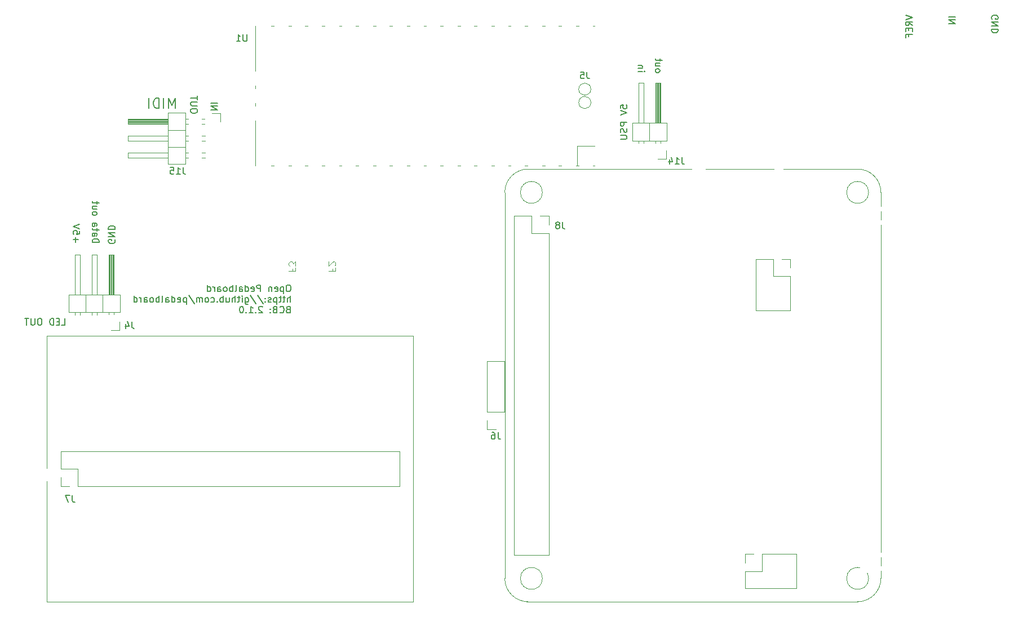
<source format=gbo>
G04 #@! TF.GenerationSoftware,KiCad,Pcbnew,7.0.7-7.0.7~ubuntu23.04.1*
G04 #@! TF.CreationDate,2023-09-10T12:49:34+00:00*
G04 #@! TF.ProjectId,pedalboard-hw,70656461-6c62-46f6-9172-642d68772e6b,2.1.0*
G04 #@! TF.SameCoordinates,Original*
G04 #@! TF.FileFunction,Legend,Bot*
G04 #@! TF.FilePolarity,Positive*
%FSLAX46Y46*%
G04 Gerber Fmt 4.6, Leading zero omitted, Abs format (unit mm)*
G04 Created by KiCad (PCBNEW 7.0.7-7.0.7~ubuntu23.04.1) date 2023-09-10 12:49:34*
%MOMM*%
%LPD*%
G01*
G04 APERTURE LIST*
%ADD10C,0.150000*%
%ADD11C,0.100000*%
%ADD12C,0.120000*%
%ADD13C,1.600000*%
%ADD14O,1.200000X2.200000*%
%ADD15O,2.200000X1.200000*%
%ADD16C,2.700000*%
%ADD17C,3.000000*%
%ADD18R,4.400000X1.800000*%
%ADD19O,4.000000X1.800000*%
%ADD20O,1.800000X4.000000*%
%ADD21C,6.000000*%
%ADD22R,1.350000X1.350000*%
%ADD23O,1.350000X1.350000*%
%ADD24O,1.600000X1.600000*%
%ADD25R,1.000000X2.000000*%
%ADD26O,1.000000X2.000000*%
%ADD27R,2.250000X2.250000*%
%ADD28C,2.250000*%
%ADD29R,1.700000X1.700000*%
%ADD30O,1.700000X1.700000*%
%ADD31C,0.600000*%
%ADD32O,3.000000X2.500000*%
%ADD33R,2.400000X1.600000*%
%ADD34O,2.400000X1.600000*%
%ADD35C,2.600000*%
%ADD36R,2.000000X2.000000*%
%ADD37C,2.000000*%
%ADD38C,3.200000*%
%ADD39R,1.600000X1.600000*%
%ADD40R,3.200000X3.200000*%
%ADD41O,3.200000X3.200000*%
%ADD42R,2.200000X2.200000*%
%ADD43O,2.200000X2.200000*%
%ADD44C,1.350000*%
G04 APERTURE END LIST*
D10*
X56403761Y-70615011D02*
X56451380Y-70710249D01*
X56451380Y-70710249D02*
X56451380Y-70853106D01*
X56451380Y-70853106D02*
X56403761Y-70995963D01*
X56403761Y-70995963D02*
X56308523Y-71091201D01*
X56308523Y-71091201D02*
X56213285Y-71138820D01*
X56213285Y-71138820D02*
X56022809Y-71186439D01*
X56022809Y-71186439D02*
X55879952Y-71186439D01*
X55879952Y-71186439D02*
X55689476Y-71138820D01*
X55689476Y-71138820D02*
X55594238Y-71091201D01*
X55594238Y-71091201D02*
X55499000Y-70995963D01*
X55499000Y-70995963D02*
X55451380Y-70853106D01*
X55451380Y-70853106D02*
X55451380Y-70757868D01*
X55451380Y-70757868D02*
X55499000Y-70615011D01*
X55499000Y-70615011D02*
X55546619Y-70567392D01*
X55546619Y-70567392D02*
X55879952Y-70567392D01*
X55879952Y-70567392D02*
X55879952Y-70757868D01*
X55451380Y-70138820D02*
X56451380Y-70138820D01*
X56451380Y-70138820D02*
X55451380Y-69567392D01*
X55451380Y-69567392D02*
X56451380Y-69567392D01*
X55451380Y-69091201D02*
X56451380Y-69091201D01*
X56451380Y-69091201D02*
X56451380Y-68853106D01*
X56451380Y-68853106D02*
X56403761Y-68710249D01*
X56403761Y-68710249D02*
X56308523Y-68615011D01*
X56308523Y-68615011D02*
X56213285Y-68567392D01*
X56213285Y-68567392D02*
X56022809Y-68519773D01*
X56022809Y-68519773D02*
X55879952Y-68519773D01*
X55879952Y-68519773D02*
X55689476Y-68567392D01*
X55689476Y-68567392D02*
X55594238Y-68615011D01*
X55594238Y-68615011D02*
X55499000Y-68710249D01*
X55499000Y-68710249D02*
X55451380Y-68853106D01*
X55451380Y-68853106D02*
X55451380Y-69091201D01*
X53012980Y-71037220D02*
X54012980Y-71037220D01*
X54012980Y-71037220D02*
X54012980Y-70799125D01*
X54012980Y-70799125D02*
X53965361Y-70656268D01*
X53965361Y-70656268D02*
X53870123Y-70561030D01*
X53870123Y-70561030D02*
X53774885Y-70513411D01*
X53774885Y-70513411D02*
X53584409Y-70465792D01*
X53584409Y-70465792D02*
X53441552Y-70465792D01*
X53441552Y-70465792D02*
X53251076Y-70513411D01*
X53251076Y-70513411D02*
X53155838Y-70561030D01*
X53155838Y-70561030D02*
X53060600Y-70656268D01*
X53060600Y-70656268D02*
X53012980Y-70799125D01*
X53012980Y-70799125D02*
X53012980Y-71037220D01*
X53012980Y-69608649D02*
X53536790Y-69608649D01*
X53536790Y-69608649D02*
X53632028Y-69656268D01*
X53632028Y-69656268D02*
X53679647Y-69751506D01*
X53679647Y-69751506D02*
X53679647Y-69941982D01*
X53679647Y-69941982D02*
X53632028Y-70037220D01*
X53060600Y-69608649D02*
X53012980Y-69703887D01*
X53012980Y-69703887D02*
X53012980Y-69941982D01*
X53012980Y-69941982D02*
X53060600Y-70037220D01*
X53060600Y-70037220D02*
X53155838Y-70084839D01*
X53155838Y-70084839D02*
X53251076Y-70084839D01*
X53251076Y-70084839D02*
X53346314Y-70037220D01*
X53346314Y-70037220D02*
X53393933Y-69941982D01*
X53393933Y-69941982D02*
X53393933Y-69703887D01*
X53393933Y-69703887D02*
X53441552Y-69608649D01*
X53679647Y-69275315D02*
X53679647Y-68894363D01*
X54012980Y-69132458D02*
X53155838Y-69132458D01*
X53155838Y-69132458D02*
X53060600Y-69084839D01*
X53060600Y-69084839D02*
X53012980Y-68989601D01*
X53012980Y-68989601D02*
X53012980Y-68894363D01*
X53012980Y-68132458D02*
X53536790Y-68132458D01*
X53536790Y-68132458D02*
X53632028Y-68180077D01*
X53632028Y-68180077D02*
X53679647Y-68275315D01*
X53679647Y-68275315D02*
X53679647Y-68465791D01*
X53679647Y-68465791D02*
X53632028Y-68561029D01*
X53060600Y-68132458D02*
X53012980Y-68227696D01*
X53012980Y-68227696D02*
X53012980Y-68465791D01*
X53012980Y-68465791D02*
X53060600Y-68561029D01*
X53060600Y-68561029D02*
X53155838Y-68608648D01*
X53155838Y-68608648D02*
X53251076Y-68608648D01*
X53251076Y-68608648D02*
X53346314Y-68561029D01*
X53346314Y-68561029D02*
X53393933Y-68465791D01*
X53393933Y-68465791D02*
X53393933Y-68227696D01*
X53393933Y-68227696D02*
X53441552Y-68132458D01*
X53012980Y-66751505D02*
X53060600Y-66846743D01*
X53060600Y-66846743D02*
X53108219Y-66894362D01*
X53108219Y-66894362D02*
X53203457Y-66941981D01*
X53203457Y-66941981D02*
X53489171Y-66941981D01*
X53489171Y-66941981D02*
X53584409Y-66894362D01*
X53584409Y-66894362D02*
X53632028Y-66846743D01*
X53632028Y-66846743D02*
X53679647Y-66751505D01*
X53679647Y-66751505D02*
X53679647Y-66608648D01*
X53679647Y-66608648D02*
X53632028Y-66513410D01*
X53632028Y-66513410D02*
X53584409Y-66465791D01*
X53584409Y-66465791D02*
X53489171Y-66418172D01*
X53489171Y-66418172D02*
X53203457Y-66418172D01*
X53203457Y-66418172D02*
X53108219Y-66465791D01*
X53108219Y-66465791D02*
X53060600Y-66513410D01*
X53060600Y-66513410D02*
X53012980Y-66608648D01*
X53012980Y-66608648D02*
X53012980Y-66751505D01*
X53679647Y-65561029D02*
X53012980Y-65561029D01*
X53679647Y-65989600D02*
X53155838Y-65989600D01*
X53155838Y-65989600D02*
X53060600Y-65941981D01*
X53060600Y-65941981D02*
X53012980Y-65846743D01*
X53012980Y-65846743D02*
X53012980Y-65703886D01*
X53012980Y-65703886D02*
X53060600Y-65608648D01*
X53060600Y-65608648D02*
X53108219Y-65561029D01*
X53679647Y-65227695D02*
X53679647Y-64846743D01*
X54012980Y-65084838D02*
X53155838Y-65084838D01*
X53155838Y-65084838D02*
X53060600Y-65037219D01*
X53060600Y-65037219D02*
X53012980Y-64941981D01*
X53012980Y-64941981D02*
X53012980Y-64846743D01*
X71802619Y-50069979D02*
X70802619Y-50069979D01*
X71802619Y-50546169D02*
X70802619Y-50546169D01*
X70802619Y-50546169D02*
X71802619Y-51117597D01*
X71802619Y-51117597D02*
X70802619Y-51117597D01*
X188147438Y-37436588D02*
X188099819Y-37341350D01*
X188099819Y-37341350D02*
X188099819Y-37198493D01*
X188099819Y-37198493D02*
X188147438Y-37055636D01*
X188147438Y-37055636D02*
X188242676Y-36960398D01*
X188242676Y-36960398D02*
X188337914Y-36912779D01*
X188337914Y-36912779D02*
X188528390Y-36865160D01*
X188528390Y-36865160D02*
X188671247Y-36865160D01*
X188671247Y-36865160D02*
X188861723Y-36912779D01*
X188861723Y-36912779D02*
X188956961Y-36960398D01*
X188956961Y-36960398D02*
X189052200Y-37055636D01*
X189052200Y-37055636D02*
X189099819Y-37198493D01*
X189099819Y-37198493D02*
X189099819Y-37293731D01*
X189099819Y-37293731D02*
X189052200Y-37436588D01*
X189052200Y-37436588D02*
X189004580Y-37484207D01*
X189004580Y-37484207D02*
X188671247Y-37484207D01*
X188671247Y-37484207D02*
X188671247Y-37293731D01*
X189099819Y-37912779D02*
X188099819Y-37912779D01*
X188099819Y-37912779D02*
X189099819Y-38484207D01*
X189099819Y-38484207D02*
X188099819Y-38484207D01*
X189099819Y-38960398D02*
X188099819Y-38960398D01*
X188099819Y-38960398D02*
X188099819Y-39198493D01*
X188099819Y-39198493D02*
X188147438Y-39341350D01*
X188147438Y-39341350D02*
X188242676Y-39436588D01*
X188242676Y-39436588D02*
X188337914Y-39484207D01*
X188337914Y-39484207D02*
X188528390Y-39531826D01*
X188528390Y-39531826D02*
X188671247Y-39531826D01*
X188671247Y-39531826D02*
X188861723Y-39484207D01*
X188861723Y-39484207D02*
X188956961Y-39436588D01*
X188956961Y-39436588D02*
X189052200Y-39341350D01*
X189052200Y-39341350D02*
X189099819Y-39198493D01*
X189099819Y-39198493D02*
X189099819Y-38960398D01*
X132329819Y-50872969D02*
X132329819Y-50396779D01*
X132329819Y-50396779D02*
X132806009Y-50349160D01*
X132806009Y-50349160D02*
X132758390Y-50396779D01*
X132758390Y-50396779D02*
X132710771Y-50492017D01*
X132710771Y-50492017D02*
X132710771Y-50730112D01*
X132710771Y-50730112D02*
X132758390Y-50825350D01*
X132758390Y-50825350D02*
X132806009Y-50872969D01*
X132806009Y-50872969D02*
X132901247Y-50920588D01*
X132901247Y-50920588D02*
X133139342Y-50920588D01*
X133139342Y-50920588D02*
X133234580Y-50872969D01*
X133234580Y-50872969D02*
X133282200Y-50825350D01*
X133282200Y-50825350D02*
X133329819Y-50730112D01*
X133329819Y-50730112D02*
X133329819Y-50492017D01*
X133329819Y-50492017D02*
X133282200Y-50396779D01*
X133282200Y-50396779D02*
X133234580Y-50349160D01*
X132329819Y-51206303D02*
X133329819Y-51539636D01*
X133329819Y-51539636D02*
X132329819Y-51872969D01*
X133329819Y-52968208D02*
X132329819Y-52968208D01*
X132329819Y-52968208D02*
X132329819Y-53349160D01*
X132329819Y-53349160D02*
X132377438Y-53444398D01*
X132377438Y-53444398D02*
X132425057Y-53492017D01*
X132425057Y-53492017D02*
X132520295Y-53539636D01*
X132520295Y-53539636D02*
X132663152Y-53539636D01*
X132663152Y-53539636D02*
X132758390Y-53492017D01*
X132758390Y-53492017D02*
X132806009Y-53444398D01*
X132806009Y-53444398D02*
X132853628Y-53349160D01*
X132853628Y-53349160D02*
X132853628Y-52968208D01*
X133282200Y-53920589D02*
X133329819Y-54063446D01*
X133329819Y-54063446D02*
X133329819Y-54301541D01*
X133329819Y-54301541D02*
X133282200Y-54396779D01*
X133282200Y-54396779D02*
X133234580Y-54444398D01*
X133234580Y-54444398D02*
X133139342Y-54492017D01*
X133139342Y-54492017D02*
X133044104Y-54492017D01*
X133044104Y-54492017D02*
X132948866Y-54444398D01*
X132948866Y-54444398D02*
X132901247Y-54396779D01*
X132901247Y-54396779D02*
X132853628Y-54301541D01*
X132853628Y-54301541D02*
X132806009Y-54111065D01*
X132806009Y-54111065D02*
X132758390Y-54015827D01*
X132758390Y-54015827D02*
X132710771Y-53968208D01*
X132710771Y-53968208D02*
X132615533Y-53920589D01*
X132615533Y-53920589D02*
X132520295Y-53920589D01*
X132520295Y-53920589D02*
X132425057Y-53968208D01*
X132425057Y-53968208D02*
X132377438Y-54015827D01*
X132377438Y-54015827D02*
X132329819Y-54111065D01*
X132329819Y-54111065D02*
X132329819Y-54349160D01*
X132329819Y-54349160D02*
X132377438Y-54492017D01*
X132329819Y-54920589D02*
X133139342Y-54920589D01*
X133139342Y-54920589D02*
X133234580Y-54968208D01*
X133234580Y-54968208D02*
X133282200Y-55015827D01*
X133282200Y-55015827D02*
X133329819Y-55111065D01*
X133329819Y-55111065D02*
X133329819Y-55301541D01*
X133329819Y-55301541D02*
X133282200Y-55396779D01*
X133282200Y-55396779D02*
X133234580Y-55444398D01*
X133234580Y-55444398D02*
X133139342Y-55492017D01*
X133139342Y-55492017D02*
X132329819Y-55492017D01*
X82572744Y-77399819D02*
X82382268Y-77399819D01*
X82382268Y-77399819D02*
X82287030Y-77447438D01*
X82287030Y-77447438D02*
X82191792Y-77542676D01*
X82191792Y-77542676D02*
X82144173Y-77733152D01*
X82144173Y-77733152D02*
X82144173Y-78066485D01*
X82144173Y-78066485D02*
X82191792Y-78256961D01*
X82191792Y-78256961D02*
X82287030Y-78352200D01*
X82287030Y-78352200D02*
X82382268Y-78399819D01*
X82382268Y-78399819D02*
X82572744Y-78399819D01*
X82572744Y-78399819D02*
X82667982Y-78352200D01*
X82667982Y-78352200D02*
X82763220Y-78256961D01*
X82763220Y-78256961D02*
X82810839Y-78066485D01*
X82810839Y-78066485D02*
X82810839Y-77733152D01*
X82810839Y-77733152D02*
X82763220Y-77542676D01*
X82763220Y-77542676D02*
X82667982Y-77447438D01*
X82667982Y-77447438D02*
X82572744Y-77399819D01*
X81715601Y-77733152D02*
X81715601Y-78733152D01*
X81715601Y-77780771D02*
X81620363Y-77733152D01*
X81620363Y-77733152D02*
X81429887Y-77733152D01*
X81429887Y-77733152D02*
X81334649Y-77780771D01*
X81334649Y-77780771D02*
X81287030Y-77828390D01*
X81287030Y-77828390D02*
X81239411Y-77923628D01*
X81239411Y-77923628D02*
X81239411Y-78209342D01*
X81239411Y-78209342D02*
X81287030Y-78304580D01*
X81287030Y-78304580D02*
X81334649Y-78352200D01*
X81334649Y-78352200D02*
X81429887Y-78399819D01*
X81429887Y-78399819D02*
X81620363Y-78399819D01*
X81620363Y-78399819D02*
X81715601Y-78352200D01*
X80429887Y-78352200D02*
X80525125Y-78399819D01*
X80525125Y-78399819D02*
X80715601Y-78399819D01*
X80715601Y-78399819D02*
X80810839Y-78352200D01*
X80810839Y-78352200D02*
X80858458Y-78256961D01*
X80858458Y-78256961D02*
X80858458Y-77876009D01*
X80858458Y-77876009D02*
X80810839Y-77780771D01*
X80810839Y-77780771D02*
X80715601Y-77733152D01*
X80715601Y-77733152D02*
X80525125Y-77733152D01*
X80525125Y-77733152D02*
X80429887Y-77780771D01*
X80429887Y-77780771D02*
X80382268Y-77876009D01*
X80382268Y-77876009D02*
X80382268Y-77971247D01*
X80382268Y-77971247D02*
X80858458Y-78066485D01*
X79953696Y-77733152D02*
X79953696Y-78399819D01*
X79953696Y-77828390D02*
X79906077Y-77780771D01*
X79906077Y-77780771D02*
X79810839Y-77733152D01*
X79810839Y-77733152D02*
X79667982Y-77733152D01*
X79667982Y-77733152D02*
X79572744Y-77780771D01*
X79572744Y-77780771D02*
X79525125Y-77876009D01*
X79525125Y-77876009D02*
X79525125Y-78399819D01*
X78287029Y-78399819D02*
X78287029Y-77399819D01*
X78287029Y-77399819D02*
X77906077Y-77399819D01*
X77906077Y-77399819D02*
X77810839Y-77447438D01*
X77810839Y-77447438D02*
X77763220Y-77495057D01*
X77763220Y-77495057D02*
X77715601Y-77590295D01*
X77715601Y-77590295D02*
X77715601Y-77733152D01*
X77715601Y-77733152D02*
X77763220Y-77828390D01*
X77763220Y-77828390D02*
X77810839Y-77876009D01*
X77810839Y-77876009D02*
X77906077Y-77923628D01*
X77906077Y-77923628D02*
X78287029Y-77923628D01*
X76906077Y-78352200D02*
X77001315Y-78399819D01*
X77001315Y-78399819D02*
X77191791Y-78399819D01*
X77191791Y-78399819D02*
X77287029Y-78352200D01*
X77287029Y-78352200D02*
X77334648Y-78256961D01*
X77334648Y-78256961D02*
X77334648Y-77876009D01*
X77334648Y-77876009D02*
X77287029Y-77780771D01*
X77287029Y-77780771D02*
X77191791Y-77733152D01*
X77191791Y-77733152D02*
X77001315Y-77733152D01*
X77001315Y-77733152D02*
X76906077Y-77780771D01*
X76906077Y-77780771D02*
X76858458Y-77876009D01*
X76858458Y-77876009D02*
X76858458Y-77971247D01*
X76858458Y-77971247D02*
X77334648Y-78066485D01*
X76001315Y-78399819D02*
X76001315Y-77399819D01*
X76001315Y-78352200D02*
X76096553Y-78399819D01*
X76096553Y-78399819D02*
X76287029Y-78399819D01*
X76287029Y-78399819D02*
X76382267Y-78352200D01*
X76382267Y-78352200D02*
X76429886Y-78304580D01*
X76429886Y-78304580D02*
X76477505Y-78209342D01*
X76477505Y-78209342D02*
X76477505Y-77923628D01*
X76477505Y-77923628D02*
X76429886Y-77828390D01*
X76429886Y-77828390D02*
X76382267Y-77780771D01*
X76382267Y-77780771D02*
X76287029Y-77733152D01*
X76287029Y-77733152D02*
X76096553Y-77733152D01*
X76096553Y-77733152D02*
X76001315Y-77780771D01*
X75096553Y-78399819D02*
X75096553Y-77876009D01*
X75096553Y-77876009D02*
X75144172Y-77780771D01*
X75144172Y-77780771D02*
X75239410Y-77733152D01*
X75239410Y-77733152D02*
X75429886Y-77733152D01*
X75429886Y-77733152D02*
X75525124Y-77780771D01*
X75096553Y-78352200D02*
X75191791Y-78399819D01*
X75191791Y-78399819D02*
X75429886Y-78399819D01*
X75429886Y-78399819D02*
X75525124Y-78352200D01*
X75525124Y-78352200D02*
X75572743Y-78256961D01*
X75572743Y-78256961D02*
X75572743Y-78161723D01*
X75572743Y-78161723D02*
X75525124Y-78066485D01*
X75525124Y-78066485D02*
X75429886Y-78018866D01*
X75429886Y-78018866D02*
X75191791Y-78018866D01*
X75191791Y-78018866D02*
X75096553Y-77971247D01*
X74477505Y-78399819D02*
X74572743Y-78352200D01*
X74572743Y-78352200D02*
X74620362Y-78256961D01*
X74620362Y-78256961D02*
X74620362Y-77399819D01*
X74096552Y-78399819D02*
X74096552Y-77399819D01*
X74096552Y-77780771D02*
X74001314Y-77733152D01*
X74001314Y-77733152D02*
X73810838Y-77733152D01*
X73810838Y-77733152D02*
X73715600Y-77780771D01*
X73715600Y-77780771D02*
X73667981Y-77828390D01*
X73667981Y-77828390D02*
X73620362Y-77923628D01*
X73620362Y-77923628D02*
X73620362Y-78209342D01*
X73620362Y-78209342D02*
X73667981Y-78304580D01*
X73667981Y-78304580D02*
X73715600Y-78352200D01*
X73715600Y-78352200D02*
X73810838Y-78399819D01*
X73810838Y-78399819D02*
X74001314Y-78399819D01*
X74001314Y-78399819D02*
X74096552Y-78352200D01*
X73048933Y-78399819D02*
X73144171Y-78352200D01*
X73144171Y-78352200D02*
X73191790Y-78304580D01*
X73191790Y-78304580D02*
X73239409Y-78209342D01*
X73239409Y-78209342D02*
X73239409Y-77923628D01*
X73239409Y-77923628D02*
X73191790Y-77828390D01*
X73191790Y-77828390D02*
X73144171Y-77780771D01*
X73144171Y-77780771D02*
X73048933Y-77733152D01*
X73048933Y-77733152D02*
X72906076Y-77733152D01*
X72906076Y-77733152D02*
X72810838Y-77780771D01*
X72810838Y-77780771D02*
X72763219Y-77828390D01*
X72763219Y-77828390D02*
X72715600Y-77923628D01*
X72715600Y-77923628D02*
X72715600Y-78209342D01*
X72715600Y-78209342D02*
X72763219Y-78304580D01*
X72763219Y-78304580D02*
X72810838Y-78352200D01*
X72810838Y-78352200D02*
X72906076Y-78399819D01*
X72906076Y-78399819D02*
X73048933Y-78399819D01*
X71858457Y-78399819D02*
X71858457Y-77876009D01*
X71858457Y-77876009D02*
X71906076Y-77780771D01*
X71906076Y-77780771D02*
X72001314Y-77733152D01*
X72001314Y-77733152D02*
X72191790Y-77733152D01*
X72191790Y-77733152D02*
X72287028Y-77780771D01*
X71858457Y-78352200D02*
X71953695Y-78399819D01*
X71953695Y-78399819D02*
X72191790Y-78399819D01*
X72191790Y-78399819D02*
X72287028Y-78352200D01*
X72287028Y-78352200D02*
X72334647Y-78256961D01*
X72334647Y-78256961D02*
X72334647Y-78161723D01*
X72334647Y-78161723D02*
X72287028Y-78066485D01*
X72287028Y-78066485D02*
X72191790Y-78018866D01*
X72191790Y-78018866D02*
X71953695Y-78018866D01*
X71953695Y-78018866D02*
X71858457Y-77971247D01*
X71382266Y-78399819D02*
X71382266Y-77733152D01*
X71382266Y-77923628D02*
X71334647Y-77828390D01*
X71334647Y-77828390D02*
X71287028Y-77780771D01*
X71287028Y-77780771D02*
X71191790Y-77733152D01*
X71191790Y-77733152D02*
X71096552Y-77733152D01*
X70334647Y-78399819D02*
X70334647Y-77399819D01*
X70334647Y-78352200D02*
X70429885Y-78399819D01*
X70429885Y-78399819D02*
X70620361Y-78399819D01*
X70620361Y-78399819D02*
X70715599Y-78352200D01*
X70715599Y-78352200D02*
X70763218Y-78304580D01*
X70763218Y-78304580D02*
X70810837Y-78209342D01*
X70810837Y-78209342D02*
X70810837Y-77923628D01*
X70810837Y-77923628D02*
X70763218Y-77828390D01*
X70763218Y-77828390D02*
X70715599Y-77780771D01*
X70715599Y-77780771D02*
X70620361Y-77733152D01*
X70620361Y-77733152D02*
X70429885Y-77733152D01*
X70429885Y-77733152D02*
X70334647Y-77780771D01*
X82763220Y-80009819D02*
X82763220Y-79009819D01*
X82334649Y-80009819D02*
X82334649Y-79486009D01*
X82334649Y-79486009D02*
X82382268Y-79390771D01*
X82382268Y-79390771D02*
X82477506Y-79343152D01*
X82477506Y-79343152D02*
X82620363Y-79343152D01*
X82620363Y-79343152D02*
X82715601Y-79390771D01*
X82715601Y-79390771D02*
X82763220Y-79438390D01*
X82001315Y-79343152D02*
X81620363Y-79343152D01*
X81858458Y-79009819D02*
X81858458Y-79866961D01*
X81858458Y-79866961D02*
X81810839Y-79962200D01*
X81810839Y-79962200D02*
X81715601Y-80009819D01*
X81715601Y-80009819D02*
X81620363Y-80009819D01*
X81429886Y-79343152D02*
X81048934Y-79343152D01*
X81287029Y-79009819D02*
X81287029Y-79866961D01*
X81287029Y-79866961D02*
X81239410Y-79962200D01*
X81239410Y-79962200D02*
X81144172Y-80009819D01*
X81144172Y-80009819D02*
X81048934Y-80009819D01*
X80715600Y-79343152D02*
X80715600Y-80343152D01*
X80715600Y-79390771D02*
X80620362Y-79343152D01*
X80620362Y-79343152D02*
X80429886Y-79343152D01*
X80429886Y-79343152D02*
X80334648Y-79390771D01*
X80334648Y-79390771D02*
X80287029Y-79438390D01*
X80287029Y-79438390D02*
X80239410Y-79533628D01*
X80239410Y-79533628D02*
X80239410Y-79819342D01*
X80239410Y-79819342D02*
X80287029Y-79914580D01*
X80287029Y-79914580D02*
X80334648Y-79962200D01*
X80334648Y-79962200D02*
X80429886Y-80009819D01*
X80429886Y-80009819D02*
X80620362Y-80009819D01*
X80620362Y-80009819D02*
X80715600Y-79962200D01*
X79858457Y-79962200D02*
X79763219Y-80009819D01*
X79763219Y-80009819D02*
X79572743Y-80009819D01*
X79572743Y-80009819D02*
X79477505Y-79962200D01*
X79477505Y-79962200D02*
X79429886Y-79866961D01*
X79429886Y-79866961D02*
X79429886Y-79819342D01*
X79429886Y-79819342D02*
X79477505Y-79724104D01*
X79477505Y-79724104D02*
X79572743Y-79676485D01*
X79572743Y-79676485D02*
X79715600Y-79676485D01*
X79715600Y-79676485D02*
X79810838Y-79628866D01*
X79810838Y-79628866D02*
X79858457Y-79533628D01*
X79858457Y-79533628D02*
X79858457Y-79486009D01*
X79858457Y-79486009D02*
X79810838Y-79390771D01*
X79810838Y-79390771D02*
X79715600Y-79343152D01*
X79715600Y-79343152D02*
X79572743Y-79343152D01*
X79572743Y-79343152D02*
X79477505Y-79390771D01*
X79001314Y-79914580D02*
X78953695Y-79962200D01*
X78953695Y-79962200D02*
X79001314Y-80009819D01*
X79001314Y-80009819D02*
X79048933Y-79962200D01*
X79048933Y-79962200D02*
X79001314Y-79914580D01*
X79001314Y-79914580D02*
X79001314Y-80009819D01*
X79001314Y-79390771D02*
X78953695Y-79438390D01*
X78953695Y-79438390D02*
X79001314Y-79486009D01*
X79001314Y-79486009D02*
X79048933Y-79438390D01*
X79048933Y-79438390D02*
X79001314Y-79390771D01*
X79001314Y-79390771D02*
X79001314Y-79486009D01*
X77810839Y-78962200D02*
X78667981Y-80247914D01*
X76763220Y-78962200D02*
X77620362Y-80247914D01*
X76001315Y-79343152D02*
X76001315Y-80152676D01*
X76001315Y-80152676D02*
X76048934Y-80247914D01*
X76048934Y-80247914D02*
X76096553Y-80295533D01*
X76096553Y-80295533D02*
X76191791Y-80343152D01*
X76191791Y-80343152D02*
X76334648Y-80343152D01*
X76334648Y-80343152D02*
X76429886Y-80295533D01*
X76001315Y-79962200D02*
X76096553Y-80009819D01*
X76096553Y-80009819D02*
X76287029Y-80009819D01*
X76287029Y-80009819D02*
X76382267Y-79962200D01*
X76382267Y-79962200D02*
X76429886Y-79914580D01*
X76429886Y-79914580D02*
X76477505Y-79819342D01*
X76477505Y-79819342D02*
X76477505Y-79533628D01*
X76477505Y-79533628D02*
X76429886Y-79438390D01*
X76429886Y-79438390D02*
X76382267Y-79390771D01*
X76382267Y-79390771D02*
X76287029Y-79343152D01*
X76287029Y-79343152D02*
X76096553Y-79343152D01*
X76096553Y-79343152D02*
X76001315Y-79390771D01*
X75525124Y-80009819D02*
X75525124Y-79343152D01*
X75525124Y-79009819D02*
X75572743Y-79057438D01*
X75572743Y-79057438D02*
X75525124Y-79105057D01*
X75525124Y-79105057D02*
X75477505Y-79057438D01*
X75477505Y-79057438D02*
X75525124Y-79009819D01*
X75525124Y-79009819D02*
X75525124Y-79105057D01*
X75191791Y-79343152D02*
X74810839Y-79343152D01*
X75048934Y-79009819D02*
X75048934Y-79866961D01*
X75048934Y-79866961D02*
X75001315Y-79962200D01*
X75001315Y-79962200D02*
X74906077Y-80009819D01*
X74906077Y-80009819D02*
X74810839Y-80009819D01*
X74477505Y-80009819D02*
X74477505Y-79009819D01*
X74048934Y-80009819D02*
X74048934Y-79486009D01*
X74048934Y-79486009D02*
X74096553Y-79390771D01*
X74096553Y-79390771D02*
X74191791Y-79343152D01*
X74191791Y-79343152D02*
X74334648Y-79343152D01*
X74334648Y-79343152D02*
X74429886Y-79390771D01*
X74429886Y-79390771D02*
X74477505Y-79438390D01*
X73144172Y-79343152D02*
X73144172Y-80009819D01*
X73572743Y-79343152D02*
X73572743Y-79866961D01*
X73572743Y-79866961D02*
X73525124Y-79962200D01*
X73525124Y-79962200D02*
X73429886Y-80009819D01*
X73429886Y-80009819D02*
X73287029Y-80009819D01*
X73287029Y-80009819D02*
X73191791Y-79962200D01*
X73191791Y-79962200D02*
X73144172Y-79914580D01*
X72667981Y-80009819D02*
X72667981Y-79009819D01*
X72667981Y-79390771D02*
X72572743Y-79343152D01*
X72572743Y-79343152D02*
X72382267Y-79343152D01*
X72382267Y-79343152D02*
X72287029Y-79390771D01*
X72287029Y-79390771D02*
X72239410Y-79438390D01*
X72239410Y-79438390D02*
X72191791Y-79533628D01*
X72191791Y-79533628D02*
X72191791Y-79819342D01*
X72191791Y-79819342D02*
X72239410Y-79914580D01*
X72239410Y-79914580D02*
X72287029Y-79962200D01*
X72287029Y-79962200D02*
X72382267Y-80009819D01*
X72382267Y-80009819D02*
X72572743Y-80009819D01*
X72572743Y-80009819D02*
X72667981Y-79962200D01*
X71763219Y-79914580D02*
X71715600Y-79962200D01*
X71715600Y-79962200D02*
X71763219Y-80009819D01*
X71763219Y-80009819D02*
X71810838Y-79962200D01*
X71810838Y-79962200D02*
X71763219Y-79914580D01*
X71763219Y-79914580D02*
X71763219Y-80009819D01*
X70858458Y-79962200D02*
X70953696Y-80009819D01*
X70953696Y-80009819D02*
X71144172Y-80009819D01*
X71144172Y-80009819D02*
X71239410Y-79962200D01*
X71239410Y-79962200D02*
X71287029Y-79914580D01*
X71287029Y-79914580D02*
X71334648Y-79819342D01*
X71334648Y-79819342D02*
X71334648Y-79533628D01*
X71334648Y-79533628D02*
X71287029Y-79438390D01*
X71287029Y-79438390D02*
X71239410Y-79390771D01*
X71239410Y-79390771D02*
X71144172Y-79343152D01*
X71144172Y-79343152D02*
X70953696Y-79343152D01*
X70953696Y-79343152D02*
X70858458Y-79390771D01*
X70287029Y-80009819D02*
X70382267Y-79962200D01*
X70382267Y-79962200D02*
X70429886Y-79914580D01*
X70429886Y-79914580D02*
X70477505Y-79819342D01*
X70477505Y-79819342D02*
X70477505Y-79533628D01*
X70477505Y-79533628D02*
X70429886Y-79438390D01*
X70429886Y-79438390D02*
X70382267Y-79390771D01*
X70382267Y-79390771D02*
X70287029Y-79343152D01*
X70287029Y-79343152D02*
X70144172Y-79343152D01*
X70144172Y-79343152D02*
X70048934Y-79390771D01*
X70048934Y-79390771D02*
X70001315Y-79438390D01*
X70001315Y-79438390D02*
X69953696Y-79533628D01*
X69953696Y-79533628D02*
X69953696Y-79819342D01*
X69953696Y-79819342D02*
X70001315Y-79914580D01*
X70001315Y-79914580D02*
X70048934Y-79962200D01*
X70048934Y-79962200D02*
X70144172Y-80009819D01*
X70144172Y-80009819D02*
X70287029Y-80009819D01*
X69525124Y-80009819D02*
X69525124Y-79343152D01*
X69525124Y-79438390D02*
X69477505Y-79390771D01*
X69477505Y-79390771D02*
X69382267Y-79343152D01*
X69382267Y-79343152D02*
X69239410Y-79343152D01*
X69239410Y-79343152D02*
X69144172Y-79390771D01*
X69144172Y-79390771D02*
X69096553Y-79486009D01*
X69096553Y-79486009D02*
X69096553Y-80009819D01*
X69096553Y-79486009D02*
X69048934Y-79390771D01*
X69048934Y-79390771D02*
X68953696Y-79343152D01*
X68953696Y-79343152D02*
X68810839Y-79343152D01*
X68810839Y-79343152D02*
X68715600Y-79390771D01*
X68715600Y-79390771D02*
X68667981Y-79486009D01*
X68667981Y-79486009D02*
X68667981Y-80009819D01*
X67477506Y-78962200D02*
X68334648Y-80247914D01*
X67144172Y-79343152D02*
X67144172Y-80343152D01*
X67144172Y-79390771D02*
X67048934Y-79343152D01*
X67048934Y-79343152D02*
X66858458Y-79343152D01*
X66858458Y-79343152D02*
X66763220Y-79390771D01*
X66763220Y-79390771D02*
X66715601Y-79438390D01*
X66715601Y-79438390D02*
X66667982Y-79533628D01*
X66667982Y-79533628D02*
X66667982Y-79819342D01*
X66667982Y-79819342D02*
X66715601Y-79914580D01*
X66715601Y-79914580D02*
X66763220Y-79962200D01*
X66763220Y-79962200D02*
X66858458Y-80009819D01*
X66858458Y-80009819D02*
X67048934Y-80009819D01*
X67048934Y-80009819D02*
X67144172Y-79962200D01*
X65858458Y-79962200D02*
X65953696Y-80009819D01*
X65953696Y-80009819D02*
X66144172Y-80009819D01*
X66144172Y-80009819D02*
X66239410Y-79962200D01*
X66239410Y-79962200D02*
X66287029Y-79866961D01*
X66287029Y-79866961D02*
X66287029Y-79486009D01*
X66287029Y-79486009D02*
X66239410Y-79390771D01*
X66239410Y-79390771D02*
X66144172Y-79343152D01*
X66144172Y-79343152D02*
X65953696Y-79343152D01*
X65953696Y-79343152D02*
X65858458Y-79390771D01*
X65858458Y-79390771D02*
X65810839Y-79486009D01*
X65810839Y-79486009D02*
X65810839Y-79581247D01*
X65810839Y-79581247D02*
X66287029Y-79676485D01*
X64953696Y-80009819D02*
X64953696Y-79009819D01*
X64953696Y-79962200D02*
X65048934Y-80009819D01*
X65048934Y-80009819D02*
X65239410Y-80009819D01*
X65239410Y-80009819D02*
X65334648Y-79962200D01*
X65334648Y-79962200D02*
X65382267Y-79914580D01*
X65382267Y-79914580D02*
X65429886Y-79819342D01*
X65429886Y-79819342D02*
X65429886Y-79533628D01*
X65429886Y-79533628D02*
X65382267Y-79438390D01*
X65382267Y-79438390D02*
X65334648Y-79390771D01*
X65334648Y-79390771D02*
X65239410Y-79343152D01*
X65239410Y-79343152D02*
X65048934Y-79343152D01*
X65048934Y-79343152D02*
X64953696Y-79390771D01*
X64048934Y-80009819D02*
X64048934Y-79486009D01*
X64048934Y-79486009D02*
X64096553Y-79390771D01*
X64096553Y-79390771D02*
X64191791Y-79343152D01*
X64191791Y-79343152D02*
X64382267Y-79343152D01*
X64382267Y-79343152D02*
X64477505Y-79390771D01*
X64048934Y-79962200D02*
X64144172Y-80009819D01*
X64144172Y-80009819D02*
X64382267Y-80009819D01*
X64382267Y-80009819D02*
X64477505Y-79962200D01*
X64477505Y-79962200D02*
X64525124Y-79866961D01*
X64525124Y-79866961D02*
X64525124Y-79771723D01*
X64525124Y-79771723D02*
X64477505Y-79676485D01*
X64477505Y-79676485D02*
X64382267Y-79628866D01*
X64382267Y-79628866D02*
X64144172Y-79628866D01*
X64144172Y-79628866D02*
X64048934Y-79581247D01*
X63429886Y-80009819D02*
X63525124Y-79962200D01*
X63525124Y-79962200D02*
X63572743Y-79866961D01*
X63572743Y-79866961D02*
X63572743Y-79009819D01*
X63048933Y-80009819D02*
X63048933Y-79009819D01*
X63048933Y-79390771D02*
X62953695Y-79343152D01*
X62953695Y-79343152D02*
X62763219Y-79343152D01*
X62763219Y-79343152D02*
X62667981Y-79390771D01*
X62667981Y-79390771D02*
X62620362Y-79438390D01*
X62620362Y-79438390D02*
X62572743Y-79533628D01*
X62572743Y-79533628D02*
X62572743Y-79819342D01*
X62572743Y-79819342D02*
X62620362Y-79914580D01*
X62620362Y-79914580D02*
X62667981Y-79962200D01*
X62667981Y-79962200D02*
X62763219Y-80009819D01*
X62763219Y-80009819D02*
X62953695Y-80009819D01*
X62953695Y-80009819D02*
X63048933Y-79962200D01*
X62001314Y-80009819D02*
X62096552Y-79962200D01*
X62096552Y-79962200D02*
X62144171Y-79914580D01*
X62144171Y-79914580D02*
X62191790Y-79819342D01*
X62191790Y-79819342D02*
X62191790Y-79533628D01*
X62191790Y-79533628D02*
X62144171Y-79438390D01*
X62144171Y-79438390D02*
X62096552Y-79390771D01*
X62096552Y-79390771D02*
X62001314Y-79343152D01*
X62001314Y-79343152D02*
X61858457Y-79343152D01*
X61858457Y-79343152D02*
X61763219Y-79390771D01*
X61763219Y-79390771D02*
X61715600Y-79438390D01*
X61715600Y-79438390D02*
X61667981Y-79533628D01*
X61667981Y-79533628D02*
X61667981Y-79819342D01*
X61667981Y-79819342D02*
X61715600Y-79914580D01*
X61715600Y-79914580D02*
X61763219Y-79962200D01*
X61763219Y-79962200D02*
X61858457Y-80009819D01*
X61858457Y-80009819D02*
X62001314Y-80009819D01*
X60810838Y-80009819D02*
X60810838Y-79486009D01*
X60810838Y-79486009D02*
X60858457Y-79390771D01*
X60858457Y-79390771D02*
X60953695Y-79343152D01*
X60953695Y-79343152D02*
X61144171Y-79343152D01*
X61144171Y-79343152D02*
X61239409Y-79390771D01*
X60810838Y-79962200D02*
X60906076Y-80009819D01*
X60906076Y-80009819D02*
X61144171Y-80009819D01*
X61144171Y-80009819D02*
X61239409Y-79962200D01*
X61239409Y-79962200D02*
X61287028Y-79866961D01*
X61287028Y-79866961D02*
X61287028Y-79771723D01*
X61287028Y-79771723D02*
X61239409Y-79676485D01*
X61239409Y-79676485D02*
X61144171Y-79628866D01*
X61144171Y-79628866D02*
X60906076Y-79628866D01*
X60906076Y-79628866D02*
X60810838Y-79581247D01*
X60334647Y-80009819D02*
X60334647Y-79343152D01*
X60334647Y-79533628D02*
X60287028Y-79438390D01*
X60287028Y-79438390D02*
X60239409Y-79390771D01*
X60239409Y-79390771D02*
X60144171Y-79343152D01*
X60144171Y-79343152D02*
X60048933Y-79343152D01*
X59287028Y-80009819D02*
X59287028Y-79009819D01*
X59287028Y-79962200D02*
X59382266Y-80009819D01*
X59382266Y-80009819D02*
X59572742Y-80009819D01*
X59572742Y-80009819D02*
X59667980Y-79962200D01*
X59667980Y-79962200D02*
X59715599Y-79914580D01*
X59715599Y-79914580D02*
X59763218Y-79819342D01*
X59763218Y-79819342D02*
X59763218Y-79533628D01*
X59763218Y-79533628D02*
X59715599Y-79438390D01*
X59715599Y-79438390D02*
X59667980Y-79390771D01*
X59667980Y-79390771D02*
X59572742Y-79343152D01*
X59572742Y-79343152D02*
X59382266Y-79343152D01*
X59382266Y-79343152D02*
X59287028Y-79390771D01*
X82429887Y-81096009D02*
X82287030Y-81143628D01*
X82287030Y-81143628D02*
X82239411Y-81191247D01*
X82239411Y-81191247D02*
X82191792Y-81286485D01*
X82191792Y-81286485D02*
X82191792Y-81429342D01*
X82191792Y-81429342D02*
X82239411Y-81524580D01*
X82239411Y-81524580D02*
X82287030Y-81572200D01*
X82287030Y-81572200D02*
X82382268Y-81619819D01*
X82382268Y-81619819D02*
X82763220Y-81619819D01*
X82763220Y-81619819D02*
X82763220Y-80619819D01*
X82763220Y-80619819D02*
X82429887Y-80619819D01*
X82429887Y-80619819D02*
X82334649Y-80667438D01*
X82334649Y-80667438D02*
X82287030Y-80715057D01*
X82287030Y-80715057D02*
X82239411Y-80810295D01*
X82239411Y-80810295D02*
X82239411Y-80905533D01*
X82239411Y-80905533D02*
X82287030Y-81000771D01*
X82287030Y-81000771D02*
X82334649Y-81048390D01*
X82334649Y-81048390D02*
X82429887Y-81096009D01*
X82429887Y-81096009D02*
X82763220Y-81096009D01*
X81191792Y-81524580D02*
X81239411Y-81572200D01*
X81239411Y-81572200D02*
X81382268Y-81619819D01*
X81382268Y-81619819D02*
X81477506Y-81619819D01*
X81477506Y-81619819D02*
X81620363Y-81572200D01*
X81620363Y-81572200D02*
X81715601Y-81476961D01*
X81715601Y-81476961D02*
X81763220Y-81381723D01*
X81763220Y-81381723D02*
X81810839Y-81191247D01*
X81810839Y-81191247D02*
X81810839Y-81048390D01*
X81810839Y-81048390D02*
X81763220Y-80857914D01*
X81763220Y-80857914D02*
X81715601Y-80762676D01*
X81715601Y-80762676D02*
X81620363Y-80667438D01*
X81620363Y-80667438D02*
X81477506Y-80619819D01*
X81477506Y-80619819D02*
X81382268Y-80619819D01*
X81382268Y-80619819D02*
X81239411Y-80667438D01*
X81239411Y-80667438D02*
X81191792Y-80715057D01*
X80429887Y-81096009D02*
X80287030Y-81143628D01*
X80287030Y-81143628D02*
X80239411Y-81191247D01*
X80239411Y-81191247D02*
X80191792Y-81286485D01*
X80191792Y-81286485D02*
X80191792Y-81429342D01*
X80191792Y-81429342D02*
X80239411Y-81524580D01*
X80239411Y-81524580D02*
X80287030Y-81572200D01*
X80287030Y-81572200D02*
X80382268Y-81619819D01*
X80382268Y-81619819D02*
X80763220Y-81619819D01*
X80763220Y-81619819D02*
X80763220Y-80619819D01*
X80763220Y-80619819D02*
X80429887Y-80619819D01*
X80429887Y-80619819D02*
X80334649Y-80667438D01*
X80334649Y-80667438D02*
X80287030Y-80715057D01*
X80287030Y-80715057D02*
X80239411Y-80810295D01*
X80239411Y-80810295D02*
X80239411Y-80905533D01*
X80239411Y-80905533D02*
X80287030Y-81000771D01*
X80287030Y-81000771D02*
X80334649Y-81048390D01*
X80334649Y-81048390D02*
X80429887Y-81096009D01*
X80429887Y-81096009D02*
X80763220Y-81096009D01*
X79763220Y-81524580D02*
X79715601Y-81572200D01*
X79715601Y-81572200D02*
X79763220Y-81619819D01*
X79763220Y-81619819D02*
X79810839Y-81572200D01*
X79810839Y-81572200D02*
X79763220Y-81524580D01*
X79763220Y-81524580D02*
X79763220Y-81619819D01*
X79763220Y-81000771D02*
X79715601Y-81048390D01*
X79715601Y-81048390D02*
X79763220Y-81096009D01*
X79763220Y-81096009D02*
X79810839Y-81048390D01*
X79810839Y-81048390D02*
X79763220Y-81000771D01*
X79763220Y-81000771D02*
X79763220Y-81096009D01*
X78572744Y-80715057D02*
X78525125Y-80667438D01*
X78525125Y-80667438D02*
X78429887Y-80619819D01*
X78429887Y-80619819D02*
X78191792Y-80619819D01*
X78191792Y-80619819D02*
X78096554Y-80667438D01*
X78096554Y-80667438D02*
X78048935Y-80715057D01*
X78048935Y-80715057D02*
X78001316Y-80810295D01*
X78001316Y-80810295D02*
X78001316Y-80905533D01*
X78001316Y-80905533D02*
X78048935Y-81048390D01*
X78048935Y-81048390D02*
X78620363Y-81619819D01*
X78620363Y-81619819D02*
X78001316Y-81619819D01*
X77572744Y-81524580D02*
X77525125Y-81572200D01*
X77525125Y-81572200D02*
X77572744Y-81619819D01*
X77572744Y-81619819D02*
X77620363Y-81572200D01*
X77620363Y-81572200D02*
X77572744Y-81524580D01*
X77572744Y-81524580D02*
X77572744Y-81619819D01*
X76572745Y-81619819D02*
X77144173Y-81619819D01*
X76858459Y-81619819D02*
X76858459Y-80619819D01*
X76858459Y-80619819D02*
X76953697Y-80762676D01*
X76953697Y-80762676D02*
X77048935Y-80857914D01*
X77048935Y-80857914D02*
X77144173Y-80905533D01*
X76144173Y-81524580D02*
X76096554Y-81572200D01*
X76096554Y-81572200D02*
X76144173Y-81619819D01*
X76144173Y-81619819D02*
X76191792Y-81572200D01*
X76191792Y-81572200D02*
X76144173Y-81524580D01*
X76144173Y-81524580D02*
X76144173Y-81619819D01*
X75477507Y-80619819D02*
X75382269Y-80619819D01*
X75382269Y-80619819D02*
X75287031Y-80667438D01*
X75287031Y-80667438D02*
X75239412Y-80715057D01*
X75239412Y-80715057D02*
X75191793Y-80810295D01*
X75191793Y-80810295D02*
X75144174Y-81000771D01*
X75144174Y-81000771D02*
X75144174Y-81238866D01*
X75144174Y-81238866D02*
X75191793Y-81429342D01*
X75191793Y-81429342D02*
X75239412Y-81524580D01*
X75239412Y-81524580D02*
X75287031Y-81572200D01*
X75287031Y-81572200D02*
X75382269Y-81619819D01*
X75382269Y-81619819D02*
X75477507Y-81619819D01*
X75477507Y-81619819D02*
X75572745Y-81572200D01*
X75572745Y-81572200D02*
X75620364Y-81524580D01*
X75620364Y-81524580D02*
X75667983Y-81429342D01*
X75667983Y-81429342D02*
X75715602Y-81238866D01*
X75715602Y-81238866D02*
X75715602Y-81000771D01*
X75715602Y-81000771D02*
X75667983Y-80810295D01*
X75667983Y-80810295D02*
X75620364Y-80715057D01*
X75620364Y-80715057D02*
X75572745Y-80667438D01*
X75572745Y-80667438D02*
X75477507Y-80619819D01*
X50511133Y-70986420D02*
X50511133Y-70224516D01*
X50130180Y-70605468D02*
X50892085Y-70605468D01*
X51130180Y-69272135D02*
X51130180Y-69748325D01*
X51130180Y-69748325D02*
X50653990Y-69795944D01*
X50653990Y-69795944D02*
X50701609Y-69748325D01*
X50701609Y-69748325D02*
X50749228Y-69653087D01*
X50749228Y-69653087D02*
X50749228Y-69414992D01*
X50749228Y-69414992D02*
X50701609Y-69319754D01*
X50701609Y-69319754D02*
X50653990Y-69272135D01*
X50653990Y-69272135D02*
X50558752Y-69224516D01*
X50558752Y-69224516D02*
X50320657Y-69224516D01*
X50320657Y-69224516D02*
X50225419Y-69272135D01*
X50225419Y-69272135D02*
X50177800Y-69319754D01*
X50177800Y-69319754D02*
X50130180Y-69414992D01*
X50130180Y-69414992D02*
X50130180Y-69653087D01*
X50130180Y-69653087D02*
X50177800Y-69748325D01*
X50177800Y-69748325D02*
X50225419Y-69795944D01*
X51130180Y-68938801D02*
X50130180Y-68605468D01*
X50130180Y-68605468D02*
X51130180Y-68272135D01*
X65454173Y-50858628D02*
X65454173Y-49358628D01*
X65454173Y-49358628D02*
X64954173Y-50430057D01*
X64954173Y-50430057D02*
X64454173Y-49358628D01*
X64454173Y-49358628D02*
X64454173Y-50858628D01*
X63739887Y-50858628D02*
X63739887Y-49358628D01*
X63025601Y-50858628D02*
X63025601Y-49358628D01*
X63025601Y-49358628D02*
X62668458Y-49358628D01*
X62668458Y-49358628D02*
X62454172Y-49430057D01*
X62454172Y-49430057D02*
X62311315Y-49572914D01*
X62311315Y-49572914D02*
X62239886Y-49715771D01*
X62239886Y-49715771D02*
X62168458Y-50001485D01*
X62168458Y-50001485D02*
X62168458Y-50215771D01*
X62168458Y-50215771D02*
X62239886Y-50501485D01*
X62239886Y-50501485D02*
X62311315Y-50644342D01*
X62311315Y-50644342D02*
X62454172Y-50787200D01*
X62454172Y-50787200D02*
X62668458Y-50858628D01*
X62668458Y-50858628D02*
X63025601Y-50858628D01*
X61525601Y-50858628D02*
X61525601Y-49358628D01*
X135004180Y-45332420D02*
X135670847Y-45332420D01*
X136004180Y-45332420D02*
X135956561Y-45380039D01*
X135956561Y-45380039D02*
X135908942Y-45332420D01*
X135908942Y-45332420D02*
X135956561Y-45284801D01*
X135956561Y-45284801D02*
X136004180Y-45332420D01*
X136004180Y-45332420D02*
X135908942Y-45332420D01*
X135670847Y-44856230D02*
X135004180Y-44856230D01*
X135575609Y-44856230D02*
X135623228Y-44808611D01*
X135623228Y-44808611D02*
X135670847Y-44713373D01*
X135670847Y-44713373D02*
X135670847Y-44570516D01*
X135670847Y-44570516D02*
X135623228Y-44475278D01*
X135623228Y-44475278D02*
X135527990Y-44427659D01*
X135527990Y-44427659D02*
X135004180Y-44427659D01*
X48412230Y-83435819D02*
X48888420Y-83435819D01*
X48888420Y-83435819D02*
X48888420Y-82435819D01*
X48078896Y-82912009D02*
X47745563Y-82912009D01*
X47602706Y-83435819D02*
X48078896Y-83435819D01*
X48078896Y-83435819D02*
X48078896Y-82435819D01*
X48078896Y-82435819D02*
X47602706Y-82435819D01*
X47174134Y-83435819D02*
X47174134Y-82435819D01*
X47174134Y-82435819D02*
X46936039Y-82435819D01*
X46936039Y-82435819D02*
X46793182Y-82483438D01*
X46793182Y-82483438D02*
X46697944Y-82578676D01*
X46697944Y-82578676D02*
X46650325Y-82673914D01*
X46650325Y-82673914D02*
X46602706Y-82864390D01*
X46602706Y-82864390D02*
X46602706Y-83007247D01*
X46602706Y-83007247D02*
X46650325Y-83197723D01*
X46650325Y-83197723D02*
X46697944Y-83292961D01*
X46697944Y-83292961D02*
X46793182Y-83388200D01*
X46793182Y-83388200D02*
X46936039Y-83435819D01*
X46936039Y-83435819D02*
X47174134Y-83435819D01*
X45221753Y-82435819D02*
X45031277Y-82435819D01*
X45031277Y-82435819D02*
X44936039Y-82483438D01*
X44936039Y-82483438D02*
X44840801Y-82578676D01*
X44840801Y-82578676D02*
X44793182Y-82769152D01*
X44793182Y-82769152D02*
X44793182Y-83102485D01*
X44793182Y-83102485D02*
X44840801Y-83292961D01*
X44840801Y-83292961D02*
X44936039Y-83388200D01*
X44936039Y-83388200D02*
X45031277Y-83435819D01*
X45031277Y-83435819D02*
X45221753Y-83435819D01*
X45221753Y-83435819D02*
X45316991Y-83388200D01*
X45316991Y-83388200D02*
X45412229Y-83292961D01*
X45412229Y-83292961D02*
X45459848Y-83102485D01*
X45459848Y-83102485D02*
X45459848Y-82769152D01*
X45459848Y-82769152D02*
X45412229Y-82578676D01*
X45412229Y-82578676D02*
X45316991Y-82483438D01*
X45316991Y-82483438D02*
X45221753Y-82435819D01*
X44364610Y-82435819D02*
X44364610Y-83245342D01*
X44364610Y-83245342D02*
X44316991Y-83340580D01*
X44316991Y-83340580D02*
X44269372Y-83388200D01*
X44269372Y-83388200D02*
X44174134Y-83435819D01*
X44174134Y-83435819D02*
X43983658Y-83435819D01*
X43983658Y-83435819D02*
X43888420Y-83388200D01*
X43888420Y-83388200D02*
X43840801Y-83340580D01*
X43840801Y-83340580D02*
X43793182Y-83245342D01*
X43793182Y-83245342D02*
X43793182Y-82435819D01*
X43459848Y-82435819D02*
X42888420Y-82435819D01*
X43174134Y-83435819D02*
X43174134Y-82435819D01*
X182648219Y-37115979D02*
X181648219Y-37115979D01*
X182648219Y-37592169D02*
X181648219Y-37592169D01*
X181648219Y-37592169D02*
X182648219Y-38163597D01*
X182648219Y-38163597D02*
X181648219Y-38163597D01*
X68795780Y-51339544D02*
X68795780Y-51149068D01*
X68795780Y-51149068D02*
X68748161Y-51053830D01*
X68748161Y-51053830D02*
X68652923Y-50958592D01*
X68652923Y-50958592D02*
X68462447Y-50910973D01*
X68462447Y-50910973D02*
X68129114Y-50910973D01*
X68129114Y-50910973D02*
X67938638Y-50958592D01*
X67938638Y-50958592D02*
X67843400Y-51053830D01*
X67843400Y-51053830D02*
X67795780Y-51149068D01*
X67795780Y-51149068D02*
X67795780Y-51339544D01*
X67795780Y-51339544D02*
X67843400Y-51434782D01*
X67843400Y-51434782D02*
X67938638Y-51530020D01*
X67938638Y-51530020D02*
X68129114Y-51577639D01*
X68129114Y-51577639D02*
X68462447Y-51577639D01*
X68462447Y-51577639D02*
X68652923Y-51530020D01*
X68652923Y-51530020D02*
X68748161Y-51434782D01*
X68748161Y-51434782D02*
X68795780Y-51339544D01*
X68795780Y-50482401D02*
X67986257Y-50482401D01*
X67986257Y-50482401D02*
X67891019Y-50434782D01*
X67891019Y-50434782D02*
X67843400Y-50387163D01*
X67843400Y-50387163D02*
X67795780Y-50291925D01*
X67795780Y-50291925D02*
X67795780Y-50101449D01*
X67795780Y-50101449D02*
X67843400Y-50006211D01*
X67843400Y-50006211D02*
X67891019Y-49958592D01*
X67891019Y-49958592D02*
X67986257Y-49910973D01*
X67986257Y-49910973D02*
X68795780Y-49910973D01*
X68795780Y-49577639D02*
X68795780Y-49006211D01*
X67795780Y-49291925D02*
X68795780Y-49291925D01*
X175196619Y-36871522D02*
X176196619Y-37204855D01*
X176196619Y-37204855D02*
X175196619Y-37538188D01*
X176196619Y-38442950D02*
X175720428Y-38109617D01*
X176196619Y-37871522D02*
X175196619Y-37871522D01*
X175196619Y-37871522D02*
X175196619Y-38252474D01*
X175196619Y-38252474D02*
X175244238Y-38347712D01*
X175244238Y-38347712D02*
X175291857Y-38395331D01*
X175291857Y-38395331D02*
X175387095Y-38442950D01*
X175387095Y-38442950D02*
X175529952Y-38442950D01*
X175529952Y-38442950D02*
X175625190Y-38395331D01*
X175625190Y-38395331D02*
X175672809Y-38347712D01*
X175672809Y-38347712D02*
X175720428Y-38252474D01*
X175720428Y-38252474D02*
X175720428Y-37871522D01*
X175672809Y-38871522D02*
X175672809Y-39204855D01*
X176196619Y-39347712D02*
X176196619Y-38871522D01*
X176196619Y-38871522D02*
X175196619Y-38871522D01*
X175196619Y-38871522D02*
X175196619Y-39347712D01*
X175672809Y-40109617D02*
X175672809Y-39776284D01*
X176196619Y-39776284D02*
X175196619Y-39776284D01*
X175196619Y-39776284D02*
X175196619Y-40252474D01*
X137594980Y-45291163D02*
X137642600Y-45386401D01*
X137642600Y-45386401D02*
X137690219Y-45434020D01*
X137690219Y-45434020D02*
X137785457Y-45481639D01*
X137785457Y-45481639D02*
X138071171Y-45481639D01*
X138071171Y-45481639D02*
X138166409Y-45434020D01*
X138166409Y-45434020D02*
X138214028Y-45386401D01*
X138214028Y-45386401D02*
X138261647Y-45291163D01*
X138261647Y-45291163D02*
X138261647Y-45148306D01*
X138261647Y-45148306D02*
X138214028Y-45053068D01*
X138214028Y-45053068D02*
X138166409Y-45005449D01*
X138166409Y-45005449D02*
X138071171Y-44957830D01*
X138071171Y-44957830D02*
X137785457Y-44957830D01*
X137785457Y-44957830D02*
X137690219Y-45005449D01*
X137690219Y-45005449D02*
X137642600Y-45053068D01*
X137642600Y-45053068D02*
X137594980Y-45148306D01*
X137594980Y-45148306D02*
X137594980Y-45291163D01*
X138261647Y-44100687D02*
X137594980Y-44100687D01*
X138261647Y-44529258D02*
X137737838Y-44529258D01*
X137737838Y-44529258D02*
X137642600Y-44481639D01*
X137642600Y-44481639D02*
X137594980Y-44386401D01*
X137594980Y-44386401D02*
X137594980Y-44243544D01*
X137594980Y-44243544D02*
X137642600Y-44148306D01*
X137642600Y-44148306D02*
X137690219Y-44100687D01*
X138261647Y-43767353D02*
X138261647Y-43386401D01*
X138594980Y-43624496D02*
X137737838Y-43624496D01*
X137737838Y-43624496D02*
X137642600Y-43576877D01*
X137642600Y-43576877D02*
X137594980Y-43481639D01*
X137594980Y-43481639D02*
X137594980Y-43386401D01*
X50033333Y-109054819D02*
X50033333Y-109769104D01*
X50033333Y-109769104D02*
X50080952Y-109911961D01*
X50080952Y-109911961D02*
X50176190Y-110007200D01*
X50176190Y-110007200D02*
X50319047Y-110054819D01*
X50319047Y-110054819D02*
X50414285Y-110054819D01*
X49652380Y-109054819D02*
X48985714Y-109054819D01*
X48985714Y-109054819D02*
X49414285Y-110054819D01*
X113958333Y-99564819D02*
X113958333Y-100279104D01*
X113958333Y-100279104D02*
X114005952Y-100421961D01*
X114005952Y-100421961D02*
X114101190Y-100517200D01*
X114101190Y-100517200D02*
X114244047Y-100564819D01*
X114244047Y-100564819D02*
X114339285Y-100564819D01*
X113053571Y-99564819D02*
X113244047Y-99564819D01*
X113244047Y-99564819D02*
X113339285Y-99612438D01*
X113339285Y-99612438D02*
X113386904Y-99660057D01*
X113386904Y-99660057D02*
X113482142Y-99802914D01*
X113482142Y-99802914D02*
X113529761Y-99993390D01*
X113529761Y-99993390D02*
X113529761Y-100374342D01*
X113529761Y-100374342D02*
X113482142Y-100469580D01*
X113482142Y-100469580D02*
X113434523Y-100517200D01*
X113434523Y-100517200D02*
X113339285Y-100564819D01*
X113339285Y-100564819D02*
X113148809Y-100564819D01*
X113148809Y-100564819D02*
X113053571Y-100517200D01*
X113053571Y-100517200D02*
X113005952Y-100469580D01*
X113005952Y-100469580D02*
X112958333Y-100374342D01*
X112958333Y-100374342D02*
X112958333Y-100136247D01*
X112958333Y-100136247D02*
X113005952Y-100041009D01*
X113005952Y-100041009D02*
X113053571Y-99993390D01*
X113053571Y-99993390D02*
X113148809Y-99945771D01*
X113148809Y-99945771D02*
X113339285Y-99945771D01*
X113339285Y-99945771D02*
X113434523Y-99993390D01*
X113434523Y-99993390D02*
X113482142Y-100041009D01*
X113482142Y-100041009D02*
X113529761Y-100136247D01*
D11*
X83066390Y-74973333D02*
X83066390Y-75306666D01*
X82542580Y-75306666D02*
X83542580Y-75306666D01*
X83542580Y-75306666D02*
X83542580Y-74830476D01*
X83542580Y-74544761D02*
X83542580Y-73925714D01*
X83542580Y-73925714D02*
X83161628Y-74259047D01*
X83161628Y-74259047D02*
X83161628Y-74116190D01*
X83161628Y-74116190D02*
X83114009Y-74020952D01*
X83114009Y-74020952D02*
X83066390Y-73973333D01*
X83066390Y-73973333D02*
X82971152Y-73925714D01*
X82971152Y-73925714D02*
X82733057Y-73925714D01*
X82733057Y-73925714D02*
X82637819Y-73973333D01*
X82637819Y-73973333D02*
X82590200Y-74020952D01*
X82590200Y-74020952D02*
X82542580Y-74116190D01*
X82542580Y-74116190D02*
X82542580Y-74401904D01*
X82542580Y-74401904D02*
X82590200Y-74497142D01*
X82590200Y-74497142D02*
X82637819Y-74544761D01*
D10*
X141569523Y-58244819D02*
X141569523Y-58959104D01*
X141569523Y-58959104D02*
X141617142Y-59101961D01*
X141617142Y-59101961D02*
X141712380Y-59197200D01*
X141712380Y-59197200D02*
X141855237Y-59244819D01*
X141855237Y-59244819D02*
X141950475Y-59244819D01*
X140569523Y-59244819D02*
X141140951Y-59244819D01*
X140855237Y-59244819D02*
X140855237Y-58244819D01*
X140855237Y-58244819D02*
X140950475Y-58387676D01*
X140950475Y-58387676D02*
X141045713Y-58482914D01*
X141045713Y-58482914D02*
X141140951Y-58530533D01*
X139712380Y-58578152D02*
X139712380Y-59244819D01*
X139950475Y-58197200D02*
X140188570Y-58911485D01*
X140188570Y-58911485D02*
X139569523Y-58911485D01*
X127333333Y-45394819D02*
X127333333Y-46109104D01*
X127333333Y-46109104D02*
X127380952Y-46251961D01*
X127380952Y-46251961D02*
X127476190Y-46347200D01*
X127476190Y-46347200D02*
X127619047Y-46394819D01*
X127619047Y-46394819D02*
X127714285Y-46394819D01*
X126380952Y-45394819D02*
X126857142Y-45394819D01*
X126857142Y-45394819D02*
X126904761Y-45871009D01*
X126904761Y-45871009D02*
X126857142Y-45823390D01*
X126857142Y-45823390D02*
X126761904Y-45775771D01*
X126761904Y-45775771D02*
X126523809Y-45775771D01*
X126523809Y-45775771D02*
X126428571Y-45823390D01*
X126428571Y-45823390D02*
X126380952Y-45871009D01*
X126380952Y-45871009D02*
X126333333Y-45966247D01*
X126333333Y-45966247D02*
X126333333Y-46204342D01*
X126333333Y-46204342D02*
X126380952Y-46299580D01*
X126380952Y-46299580D02*
X126428571Y-46347200D01*
X126428571Y-46347200D02*
X126523809Y-46394819D01*
X126523809Y-46394819D02*
X126761904Y-46394819D01*
X126761904Y-46394819D02*
X126857142Y-46347200D01*
X126857142Y-46347200D02*
X126904761Y-46299580D01*
X76250704Y-39790019D02*
X76250704Y-40599542D01*
X76250704Y-40599542D02*
X76203085Y-40694780D01*
X76203085Y-40694780D02*
X76155466Y-40742400D01*
X76155466Y-40742400D02*
X76060228Y-40790019D01*
X76060228Y-40790019D02*
X75869752Y-40790019D01*
X75869752Y-40790019D02*
X75774514Y-40742400D01*
X75774514Y-40742400D02*
X75726895Y-40694780D01*
X75726895Y-40694780D02*
X75679276Y-40599542D01*
X75679276Y-40599542D02*
X75679276Y-39790019D01*
X74679276Y-40790019D02*
X75250704Y-40790019D01*
X74964990Y-40790019D02*
X74964990Y-39790019D01*
X74964990Y-39790019D02*
X75060228Y-39932876D01*
X75060228Y-39932876D02*
X75155466Y-40028114D01*
X75155466Y-40028114D02*
X75250704Y-40075733D01*
X58956533Y-82919219D02*
X58956533Y-83633504D01*
X58956533Y-83633504D02*
X59004152Y-83776361D01*
X59004152Y-83776361D02*
X59099390Y-83871600D01*
X59099390Y-83871600D02*
X59242247Y-83919219D01*
X59242247Y-83919219D02*
X59337485Y-83919219D01*
X58051771Y-83252552D02*
X58051771Y-83919219D01*
X58289866Y-82871600D02*
X58527961Y-83585885D01*
X58527961Y-83585885D02*
X57908914Y-83585885D01*
X123633333Y-67954819D02*
X123633333Y-68669104D01*
X123633333Y-68669104D02*
X123680952Y-68811961D01*
X123680952Y-68811961D02*
X123776190Y-68907200D01*
X123776190Y-68907200D02*
X123919047Y-68954819D01*
X123919047Y-68954819D02*
X124014285Y-68954819D01*
X123014285Y-68383390D02*
X123109523Y-68335771D01*
X123109523Y-68335771D02*
X123157142Y-68288152D01*
X123157142Y-68288152D02*
X123204761Y-68192914D01*
X123204761Y-68192914D02*
X123204761Y-68145295D01*
X123204761Y-68145295D02*
X123157142Y-68050057D01*
X123157142Y-68050057D02*
X123109523Y-68002438D01*
X123109523Y-68002438D02*
X123014285Y-67954819D01*
X123014285Y-67954819D02*
X122823809Y-67954819D01*
X122823809Y-67954819D02*
X122728571Y-68002438D01*
X122728571Y-68002438D02*
X122680952Y-68050057D01*
X122680952Y-68050057D02*
X122633333Y-68145295D01*
X122633333Y-68145295D02*
X122633333Y-68192914D01*
X122633333Y-68192914D02*
X122680952Y-68288152D01*
X122680952Y-68288152D02*
X122728571Y-68335771D01*
X122728571Y-68335771D02*
X122823809Y-68383390D01*
X122823809Y-68383390D02*
X123014285Y-68383390D01*
X123014285Y-68383390D02*
X123109523Y-68431009D01*
X123109523Y-68431009D02*
X123157142Y-68478628D01*
X123157142Y-68478628D02*
X123204761Y-68573866D01*
X123204761Y-68573866D02*
X123204761Y-68764342D01*
X123204761Y-68764342D02*
X123157142Y-68859580D01*
X123157142Y-68859580D02*
X123109523Y-68907200D01*
X123109523Y-68907200D02*
X123014285Y-68954819D01*
X123014285Y-68954819D02*
X122823809Y-68954819D01*
X122823809Y-68954819D02*
X122728571Y-68907200D01*
X122728571Y-68907200D02*
X122680952Y-68859580D01*
X122680952Y-68859580D02*
X122633333Y-68764342D01*
X122633333Y-68764342D02*
X122633333Y-68573866D01*
X122633333Y-68573866D02*
X122680952Y-68478628D01*
X122680952Y-68478628D02*
X122728571Y-68431009D01*
X122728571Y-68431009D02*
X122823809Y-68383390D01*
D11*
X89076390Y-74973333D02*
X89076390Y-75306666D01*
X88552580Y-75306666D02*
X89552580Y-75306666D01*
X89552580Y-75306666D02*
X89552580Y-74830476D01*
X89457342Y-74497142D02*
X89504961Y-74449523D01*
X89504961Y-74449523D02*
X89552580Y-74354285D01*
X89552580Y-74354285D02*
X89552580Y-74116190D01*
X89552580Y-74116190D02*
X89504961Y-74020952D01*
X89504961Y-74020952D02*
X89457342Y-73973333D01*
X89457342Y-73973333D02*
X89362104Y-73925714D01*
X89362104Y-73925714D02*
X89266866Y-73925714D01*
X89266866Y-73925714D02*
X89124009Y-73973333D01*
X89124009Y-73973333D02*
X88552580Y-74544761D01*
X88552580Y-74544761D02*
X88552580Y-73925714D01*
D10*
X66646323Y-59754419D02*
X66646323Y-60468704D01*
X66646323Y-60468704D02*
X66693942Y-60611561D01*
X66693942Y-60611561D02*
X66789180Y-60706800D01*
X66789180Y-60706800D02*
X66932037Y-60754419D01*
X66932037Y-60754419D02*
X67027275Y-60754419D01*
X65646323Y-60754419D02*
X66217751Y-60754419D01*
X65932037Y-60754419D02*
X65932037Y-59754419D01*
X65932037Y-59754419D02*
X66027275Y-59897276D01*
X66027275Y-59897276D02*
X66122513Y-59992514D01*
X66122513Y-59992514D02*
X66217751Y-60040133D01*
X64741561Y-59754419D02*
X65217751Y-59754419D01*
X65217751Y-59754419D02*
X65265370Y-60230609D01*
X65265370Y-60230609D02*
X65217751Y-60182990D01*
X65217751Y-60182990D02*
X65122513Y-60135371D01*
X65122513Y-60135371D02*
X64884418Y-60135371D01*
X64884418Y-60135371D02*
X64789180Y-60182990D01*
X64789180Y-60182990D02*
X64741561Y-60230609D01*
X64741561Y-60230609D02*
X64693942Y-60325847D01*
X64693942Y-60325847D02*
X64693942Y-60563942D01*
X64693942Y-60563942D02*
X64741561Y-60659180D01*
X64741561Y-60659180D02*
X64789180Y-60706800D01*
X64789180Y-60706800D02*
X64884418Y-60754419D01*
X64884418Y-60754419D02*
X65122513Y-60754419D01*
X65122513Y-60754419D02*
X65217751Y-60706800D01*
X65217751Y-60706800D02*
X65265370Y-60659180D01*
D12*
X48260000Y-107650000D02*
X48260000Y-106320000D01*
X49590000Y-107650000D02*
X48260000Y-107650000D01*
X50860000Y-107650000D02*
X99180000Y-107650000D01*
X50860000Y-107650000D02*
X50860000Y-105050000D01*
X99180000Y-107650000D02*
X99180000Y-102450000D01*
X48260000Y-105050000D02*
X48260000Y-102450000D01*
X50860000Y-105050000D02*
X48260000Y-105050000D01*
X48260000Y-102450000D02*
X99180000Y-102450000D01*
D11*
X46220000Y-125050000D02*
X101220000Y-125050000D01*
X101220000Y-125050000D02*
X101220000Y-85050000D01*
X101220000Y-85050000D02*
X46220000Y-85050000D01*
X46220000Y-85050000D02*
X46220000Y-125050000D01*
D12*
X112295000Y-88830000D02*
X114955000Y-88830000D01*
X112295000Y-96510000D02*
X112295000Y-88830000D01*
X112295000Y-96510000D02*
X114955000Y-96510000D01*
X112295000Y-97780000D02*
X112295000Y-99110000D01*
X112295000Y-99110000D02*
X113625000Y-99110000D01*
X114955000Y-96510000D02*
X114955000Y-88830000D01*
X138000000Y-58445000D02*
X139270000Y-58445000D01*
X139270000Y-58445000D02*
X139270000Y-57175000D01*
X135080000Y-56132071D02*
X135080000Y-55735000D01*
X135840000Y-56132071D02*
X135840000Y-55735000D01*
X137620000Y-56065000D02*
X137620000Y-55735000D01*
X138380000Y-56065000D02*
X138380000Y-55735000D01*
X134130000Y-55735000D02*
X134130000Y-53075000D01*
X136730000Y-55735000D02*
X136730000Y-53075000D01*
X139330000Y-55735000D02*
X134130000Y-55735000D01*
X134130000Y-53075000D02*
X139330000Y-53075000D01*
X135840000Y-53075000D02*
X135840000Y-47075000D01*
X137720000Y-53075000D02*
X137720000Y-47075000D01*
X137840000Y-53075000D02*
X137840000Y-47075000D01*
X137960000Y-53075000D02*
X137960000Y-47075000D01*
X138080000Y-53075000D02*
X138080000Y-47075000D01*
X138200000Y-53075000D02*
X138200000Y-47075000D01*
X138320000Y-53075000D02*
X138320000Y-47075000D01*
X138380000Y-53075000D02*
X138380000Y-47075000D01*
X139330000Y-53075000D02*
X139330000Y-55735000D01*
X135080000Y-47075000D02*
X135080000Y-53075000D01*
X135840000Y-47075000D02*
X135080000Y-47075000D01*
X137620000Y-47075000D02*
X137620000Y-53075000D01*
X138380000Y-47075000D02*
X137620000Y-47075000D01*
D11*
X127914753Y-50006248D02*
G75*
G03*
X127914753Y-50006248I-914753J0D01*
G01*
X127914400Y-48000000D02*
G75*
G03*
X127914400Y-48000000I-914400J0D01*
G01*
D12*
X80300000Y-59500000D02*
X79900000Y-59500000D01*
X82900000Y-59500000D02*
X82500000Y-59500000D01*
X85400000Y-59500000D02*
X85000000Y-59500000D01*
X87900000Y-59500000D02*
X87500000Y-59500000D01*
X90500000Y-59500000D02*
X90100000Y-59500000D01*
X93000000Y-59500000D02*
X92600000Y-59500000D01*
X95600000Y-59500000D02*
X95200000Y-59500000D01*
X98100000Y-59500000D02*
X97700000Y-59500000D01*
X100700000Y-59500000D02*
X100300000Y-59500000D01*
X103200000Y-59500000D02*
X102800000Y-59500000D01*
X105700000Y-59500000D02*
X105300000Y-59500000D01*
X108300000Y-59500000D02*
X107900000Y-59500000D01*
X110800000Y-59500000D02*
X110400000Y-59500000D01*
X113400000Y-59500000D02*
X113000000Y-59500000D01*
X115900000Y-59500000D02*
X115500000Y-59500000D01*
X118400000Y-59500000D02*
X118000000Y-59500000D01*
X121000000Y-59500000D02*
X120600000Y-59500000D01*
X123500000Y-59500000D02*
X123100000Y-59500000D01*
X125833000Y-59500000D02*
X125833000Y-56493000D01*
X126100000Y-59500000D02*
X125700000Y-59500000D01*
X128500000Y-59500000D02*
X128200000Y-59500000D01*
X125833000Y-56493000D02*
X128500000Y-56493000D01*
X77500000Y-52700000D02*
X77500000Y-59500000D01*
X77500000Y-50500000D02*
X77500000Y-50100000D01*
X77500000Y-47900000D02*
X77500000Y-47500000D01*
X77500000Y-38500000D02*
X77500000Y-45300000D01*
X80300000Y-38500000D02*
X79900000Y-38500000D01*
X82900000Y-38500000D02*
X82500000Y-38500000D01*
X85400000Y-38500000D02*
X85000000Y-38500000D01*
X87900000Y-38500000D02*
X87500000Y-38500000D01*
X90500000Y-38500000D02*
X90100000Y-38500000D01*
X93000000Y-38500000D02*
X92600000Y-38500000D01*
X95600000Y-38500000D02*
X95200000Y-38500000D01*
X98100000Y-38500000D02*
X97700000Y-38500000D01*
X100700000Y-38500000D02*
X100300000Y-38500000D01*
X103200000Y-38500000D02*
X102800000Y-38500000D01*
X105700000Y-38500000D02*
X105300000Y-38500000D01*
X108300000Y-38500000D02*
X107900000Y-38500000D01*
X110800000Y-38500000D02*
X110400000Y-38500000D01*
X113400000Y-38500000D02*
X113000000Y-38500000D01*
X115900000Y-38500000D02*
X115500000Y-38500000D01*
X118400000Y-38500000D02*
X118000000Y-38500000D01*
X121000000Y-38500000D02*
X120600000Y-38500000D01*
X123500000Y-38500000D02*
X123100000Y-38500000D01*
X126100000Y-38500000D02*
X125700000Y-38500000D01*
X128500000Y-38500000D02*
X128200000Y-38500000D01*
X55865000Y-84232600D02*
X57135000Y-84232600D01*
X57135000Y-84232600D02*
X57135000Y-82962600D01*
X50405000Y-81919671D02*
X50405000Y-81522600D01*
X51165000Y-81919671D02*
X51165000Y-81522600D01*
X52945000Y-81919671D02*
X52945000Y-81522600D01*
X53705000Y-81919671D02*
X53705000Y-81522600D01*
X55485000Y-81852600D02*
X55485000Y-81522600D01*
X56245000Y-81852600D02*
X56245000Y-81522600D01*
X49455000Y-81522600D02*
X49455000Y-78862600D01*
X52055000Y-81522600D02*
X52055000Y-78862600D01*
X54595000Y-81522600D02*
X54595000Y-78862600D01*
X57195000Y-81522600D02*
X49455000Y-81522600D01*
X49455000Y-78862600D02*
X57195000Y-78862600D01*
X51165000Y-78862600D02*
X51165000Y-72862600D01*
X53705000Y-78862600D02*
X53705000Y-72862600D01*
X55585000Y-78862600D02*
X55585000Y-72862600D01*
X55705000Y-78862600D02*
X55705000Y-72862600D01*
X55825000Y-78862600D02*
X55825000Y-72862600D01*
X55945000Y-78862600D02*
X55945000Y-72862600D01*
X56065000Y-78862600D02*
X56065000Y-72862600D01*
X56185000Y-78862600D02*
X56185000Y-72862600D01*
X56245000Y-78862600D02*
X56245000Y-72862600D01*
X57195000Y-78862600D02*
X57195000Y-81522600D01*
X50405000Y-72862600D02*
X50405000Y-78862600D01*
X51165000Y-72862600D02*
X50405000Y-72862600D01*
X52945000Y-72862600D02*
X52945000Y-78862600D01*
X53705000Y-72862600D02*
X52945000Y-72862600D01*
X55485000Y-72862600D02*
X55485000Y-78862600D01*
X56245000Y-72862600D02*
X55485000Y-72862600D01*
D11*
X171480000Y-63505600D02*
X171480000Y-121505600D01*
X167730000Y-125005600D02*
X167980000Y-125005600D01*
D12*
X158790000Y-123020600D02*
X158790000Y-117820600D01*
X157885000Y-76115600D02*
X157885000Y-81255600D01*
X157885000Y-73515600D02*
X157885000Y-74845600D01*
X156555000Y-73515600D02*
X157885000Y-73515600D01*
X155285000Y-76115600D02*
X157885000Y-76115600D01*
X155285000Y-73515600D02*
X155285000Y-76115600D01*
X153650000Y-120420600D02*
X153650000Y-117820600D01*
X153650000Y-117820600D02*
X158790000Y-117820600D01*
X152685000Y-81255600D02*
X157885000Y-81255600D01*
X152685000Y-73515600D02*
X155285000Y-73515600D01*
X152685000Y-73515600D02*
X152685000Y-81255600D01*
X151050000Y-123020600D02*
X158790000Y-123020600D01*
X151050000Y-123020600D02*
X151050000Y-120420600D01*
X151050000Y-120420600D02*
X153650000Y-120420600D01*
X151050000Y-119150600D02*
X151050000Y-117820600D01*
X151050000Y-117820600D02*
X152380000Y-117820600D01*
X121580000Y-69645600D02*
X121580000Y-117965600D01*
X121580000Y-67045600D02*
X121580000Y-68375600D01*
X120250000Y-67045600D02*
X121580000Y-67045600D01*
X118980000Y-69645600D02*
X121580000Y-69645600D01*
X118980000Y-67045600D02*
X118980000Y-69645600D01*
D11*
X118980000Y-60005600D02*
X167980000Y-60005600D01*
X118980000Y-60005600D02*
X118480000Y-60005243D01*
X118230000Y-125005600D02*
X167730000Y-125005600D01*
D12*
X116380000Y-117965600D02*
X121580000Y-117965600D01*
X116380000Y-67045600D02*
X118980000Y-67045600D01*
X116380000Y-67045600D02*
X116380000Y-117965600D01*
D11*
X114980000Y-121505600D02*
X114980000Y-63555600D01*
X167980000Y-125005600D02*
G75*
G03*
X171480000Y-121505600I1J3499999D01*
G01*
X171480000Y-63505600D02*
G75*
G03*
X167980000Y-60005600I-3499999J1D01*
G01*
X114980000Y-121505600D02*
G75*
G03*
X118480000Y-125005600I3500000J0D01*
G01*
X118480000Y-60005243D02*
G75*
G03*
X114980000Y-63555600I0J-3500357D01*
G01*
X169631000Y-121505600D02*
G75*
G03*
X169631000Y-121505600I-1651000J0D01*
G01*
X169631000Y-63505600D02*
G75*
G03*
X169631000Y-63505600I-1651000J0D01*
G01*
X120631000Y-121505600D02*
G75*
G03*
X120631000Y-121505600I-1651000J0D01*
G01*
X120631000Y-63505600D02*
G75*
G03*
X120631000Y-63505600I-1651000J0D01*
G01*
D12*
X72270000Y-52850000D02*
X72270000Y-51580000D01*
X72270000Y-51580000D02*
X71000000Y-51580000D01*
X69957071Y-58310000D02*
X69502929Y-58310000D01*
X69957071Y-57550000D02*
X69502929Y-57550000D01*
X69957071Y-55770000D02*
X69502929Y-55770000D01*
X69957071Y-55010000D02*
X69502929Y-55010000D01*
X69890000Y-53230000D02*
X69502929Y-53230000D01*
X69890000Y-52470000D02*
X69502929Y-52470000D01*
X67417071Y-58310000D02*
X67020000Y-58310000D01*
X67417071Y-57550000D02*
X67020000Y-57550000D01*
X67417071Y-55770000D02*
X67020000Y-55770000D01*
X67417071Y-55010000D02*
X67020000Y-55010000D01*
X67417071Y-53230000D02*
X67020000Y-53230000D01*
X67417071Y-52470000D02*
X67020000Y-52470000D01*
X67020000Y-59260000D02*
X64360000Y-59260000D01*
X67020000Y-56660000D02*
X64360000Y-56660000D01*
X67020000Y-54120000D02*
X64360000Y-54120000D01*
X67020000Y-51520000D02*
X67020000Y-59260000D01*
X64360000Y-59260000D02*
X64360000Y-51520000D01*
X64360000Y-57550000D02*
X58360000Y-57550000D01*
X64360000Y-55010000D02*
X58360000Y-55010000D01*
X64360000Y-53130000D02*
X58360000Y-53130000D01*
X64360000Y-53010000D02*
X58360000Y-53010000D01*
X64360000Y-52890000D02*
X58360000Y-52890000D01*
X64360000Y-52770000D02*
X58360000Y-52770000D01*
X64360000Y-52650000D02*
X58360000Y-52650000D01*
X64360000Y-52530000D02*
X58360000Y-52530000D01*
X64360000Y-52470000D02*
X58360000Y-52470000D01*
X64360000Y-51520000D02*
X67020000Y-51520000D01*
X58360000Y-58310000D02*
X64360000Y-58310000D01*
X58360000Y-57550000D02*
X58360000Y-58310000D01*
X58360000Y-55770000D02*
X64360000Y-55770000D01*
X58360000Y-55010000D02*
X58360000Y-55770000D01*
X58360000Y-53230000D02*
X64360000Y-53230000D01*
X58360000Y-52470000D02*
X58360000Y-53230000D01*
%LPC*%
D13*
X146800000Y-46700000D03*
X146800000Y-49200000D03*
D14*
X121000000Y-29500000D03*
X118500000Y-29500000D03*
D15*
X116000000Y-24500000D03*
D14*
X111000000Y-29500000D03*
X113500000Y-29500000D03*
D16*
X133000000Y-23000000D03*
D17*
X28050000Y-111200000D03*
X28050000Y-94970000D03*
X21700000Y-111200000D03*
X21700000Y-94970000D03*
X34400000Y-111200000D03*
X34400000Y-94970000D03*
D13*
X158637600Y-44600000D03*
X163637600Y-44600000D03*
D18*
X179400000Y-30400000D03*
D19*
X179400000Y-24600000D03*
D20*
X174600000Y-27400000D03*
D21*
X30000000Y-119000000D03*
D22*
X41000000Y-66000000D03*
D23*
X41000000Y-68000000D03*
X39000000Y-66000000D03*
X39000000Y-68000000D03*
D13*
X130700000Y-46820000D03*
D24*
X130700000Y-56980000D03*
D25*
X115600000Y-48000000D03*
D26*
X116870000Y-48000000D03*
X118140000Y-48000000D03*
X119410000Y-48000000D03*
D21*
X105000000Y-67000000D03*
X30000000Y-67000000D03*
D17*
X28085000Y-91000000D03*
X28085000Y-74770000D03*
X21735000Y-91000000D03*
X21735000Y-74770000D03*
X34435000Y-91000000D03*
X34435000Y-74770000D03*
D27*
X144960000Y-71520000D03*
D28*
X137340000Y-71520000D03*
X132260000Y-71520000D03*
X124640000Y-91840000D03*
X134800000Y-91840000D03*
X144960000Y-91840000D03*
D17*
X181950000Y-94995000D03*
X181950000Y-111225000D03*
X188300000Y-94995000D03*
X188300000Y-111225000D03*
X175600000Y-94995000D03*
X175600000Y-111225000D03*
D25*
X140600000Y-48000000D03*
D26*
X141870000Y-48000000D03*
X143140000Y-48000000D03*
X144410000Y-48000000D03*
D13*
X109310000Y-104930000D03*
X109310000Y-107430000D03*
D25*
X103100000Y-106000000D03*
D26*
X104370000Y-106000000D03*
X105640000Y-106000000D03*
X106910000Y-106000000D03*
D16*
X118980000Y-121520000D03*
D22*
X169000000Y-120000000D03*
D23*
X169000000Y-118000000D03*
X171000000Y-120000000D03*
X171000000Y-118000000D03*
D29*
X49590000Y-106320000D03*
D30*
X49590000Y-103780000D03*
X52130000Y-106320000D03*
X52130000Y-103780000D03*
X54670000Y-106320000D03*
X54670000Y-103780000D03*
X57210000Y-106320000D03*
X57210000Y-103780000D03*
X59750000Y-106320000D03*
X59750000Y-103780000D03*
X62290000Y-106320000D03*
X62290000Y-103780000D03*
X64830000Y-106320000D03*
X64830000Y-103780000D03*
X67370000Y-106320000D03*
X67370000Y-103780000D03*
X69910000Y-106320000D03*
X69910000Y-103780000D03*
X72450000Y-106320000D03*
X72450000Y-103780000D03*
X74990000Y-106320000D03*
X74990000Y-103780000D03*
X77530000Y-106320000D03*
X77530000Y-103780000D03*
X80070000Y-106320000D03*
X80070000Y-103780000D03*
X82610000Y-106320000D03*
X82610000Y-103780000D03*
X85150000Y-106320000D03*
X85150000Y-103780000D03*
X87690000Y-106320000D03*
X87690000Y-103780000D03*
X90230000Y-106320000D03*
X90230000Y-103780000D03*
X92770000Y-106320000D03*
X92770000Y-103780000D03*
X95310000Y-106320000D03*
X95310000Y-103780000D03*
X97850000Y-106320000D03*
X97850000Y-103780000D03*
D13*
X161620000Y-107300000D03*
X161620000Y-104800000D03*
D31*
X80100000Y-21075000D03*
X80100000Y-22075000D03*
X80100000Y-23075000D03*
X80100000Y-24075000D03*
X80100000Y-25075000D03*
X80100000Y-26075000D03*
X80100000Y-30075000D03*
X80100000Y-31075000D03*
X80100000Y-32075000D03*
X80100000Y-33075000D03*
X80100000Y-34075000D03*
X80100000Y-35075000D03*
X80100000Y-36075000D03*
X81100000Y-36075000D03*
X82100000Y-36075000D03*
X83100000Y-36075000D03*
X84100000Y-36075000D03*
X85100000Y-36075000D03*
X86100000Y-36075000D03*
X87100000Y-36075000D03*
X88100000Y-36075000D03*
X90100000Y-36075000D03*
X91100000Y-36075000D03*
X92100000Y-36075000D03*
X93100000Y-36075000D03*
X94100000Y-36075000D03*
X95100000Y-36075000D03*
X96100000Y-36075000D03*
X97100000Y-36075000D03*
X98100000Y-36075000D03*
X100100000Y-36075000D03*
X101100000Y-36075000D03*
X102100000Y-36075000D03*
X103100000Y-36075000D03*
X104100000Y-36075000D03*
X105100000Y-36075000D03*
X106100000Y-36075000D03*
X107100000Y-36075000D03*
X108100000Y-36075000D03*
X109100000Y-36075000D03*
X110100000Y-36075000D03*
X112100000Y-36075000D03*
X113100000Y-36075000D03*
X114100000Y-36075000D03*
X115100000Y-36075000D03*
X116100000Y-36075000D03*
X117100000Y-36075000D03*
X118100000Y-36075000D03*
X119100000Y-36075000D03*
X120100000Y-36075000D03*
X122100000Y-36075000D03*
X123100000Y-36075000D03*
X124100000Y-36075000D03*
X125100000Y-36075000D03*
X126100000Y-36075000D03*
X127100000Y-36075000D03*
X128100000Y-36075000D03*
X129100000Y-36075000D03*
X130100000Y-21075000D03*
X130100000Y-22075000D03*
X130100000Y-23075000D03*
X130100000Y-24075000D03*
X130100000Y-25075000D03*
X130100000Y-26075000D03*
X130100000Y-27075000D03*
X130100000Y-28075000D03*
X130100000Y-29075000D03*
X130100000Y-30075000D03*
X130100000Y-31075000D03*
X130100000Y-32075000D03*
X130100000Y-33075000D03*
X130100000Y-34075000D03*
X130100000Y-35075000D03*
X130100000Y-36075000D03*
D22*
X41000000Y-118000000D03*
D23*
X41000000Y-120000000D03*
X39000000Y-118000000D03*
X39000000Y-120000000D03*
D13*
X44155000Y-101700000D03*
X44155000Y-99200000D03*
D32*
X98750000Y-64500000D03*
X111250000Y-64500000D03*
X98750000Y-69500000D03*
X111250000Y-69500000D03*
D25*
X42100000Y-79000000D03*
D26*
X43370000Y-79000000D03*
X44640000Y-79000000D03*
X45910000Y-79000000D03*
D22*
X94000000Y-68000000D03*
D23*
X94000000Y-66000000D03*
X96000000Y-68000000D03*
X96000000Y-66000000D03*
D13*
X76500000Y-53105000D03*
D24*
X76500000Y-42945000D03*
D33*
X69475000Y-65800000D03*
D34*
X69475000Y-63260000D03*
X69475000Y-60720000D03*
X61855000Y-60720000D03*
X61855000Y-63260000D03*
X61855000Y-65800000D03*
D16*
X77000000Y-23000000D03*
D35*
X161900000Y-50300000D03*
X161900000Y-55300000D03*
D17*
X181965000Y-33800000D03*
X181965000Y-50030000D03*
X188315000Y-33800000D03*
X188315000Y-50030000D03*
X175615000Y-33800000D03*
X175615000Y-50030000D03*
D13*
X63475000Y-43700000D03*
X65975000Y-43700000D03*
G36*
X107946312Y-33285921D02*
G01*
X107214079Y-32553688D01*
X107199200Y-32517767D01*
X107199200Y-31482233D01*
X107214079Y-31446312D01*
X107946312Y-30714079D01*
X107982233Y-30699200D01*
X109017767Y-30699200D01*
X109053688Y-30714079D01*
X109785921Y-31446312D01*
X109800800Y-31482233D01*
X109800800Y-32517767D01*
X109785921Y-32553688D01*
X109053688Y-33285921D01*
X109017767Y-33300800D01*
X107982233Y-33300800D01*
X107946312Y-33285921D01*
G37*
G36*
X117285921Y-32553688D02*
G01*
X116553688Y-33285921D01*
X116517767Y-33300800D01*
X115482233Y-33300800D01*
X115446312Y-33285921D01*
X114714079Y-32553688D01*
X114699200Y-32517767D01*
X114699200Y-31482233D01*
X114714079Y-31446312D01*
X115446312Y-30714079D01*
X115482233Y-30699200D01*
X116517767Y-30699200D01*
X116553688Y-30714079D01*
X117285921Y-31446312D01*
X117300800Y-31482233D01*
X117300800Y-32517767D01*
X117285921Y-32553688D01*
G37*
G36*
X122946312Y-33285921D02*
G01*
X122214079Y-32553688D01*
X122199200Y-32517767D01*
X122199200Y-31482233D01*
X122214079Y-31446312D01*
X122946312Y-30714079D01*
X122982233Y-30699200D01*
X124017767Y-30699200D01*
X124053688Y-30714079D01*
X124785921Y-31446312D01*
X124800800Y-31482233D01*
X124800800Y-32517767D01*
X124785921Y-32553688D01*
X124053688Y-33285921D01*
X124017767Y-33300800D01*
X122982233Y-33300800D01*
X122946312Y-33285921D01*
G37*
G36*
X110446312Y-35785921D02*
G01*
X109714079Y-35053688D01*
X109699200Y-35017767D01*
X109699200Y-33982233D01*
X109714079Y-33946312D01*
X110446312Y-33214079D01*
X110482233Y-33199200D01*
X111517767Y-33199200D01*
X111553688Y-33214079D01*
X112285921Y-33946312D01*
X112300800Y-33982233D01*
X112300800Y-35017767D01*
X112285921Y-35053688D01*
X111553688Y-35785921D01*
X111517767Y-35800800D01*
X110482233Y-35800800D01*
X110446312Y-35785921D01*
G37*
G36*
X120446312Y-35785921D02*
G01*
X119714079Y-35053688D01*
X119699200Y-35017767D01*
X119699200Y-33982233D01*
X119714079Y-33946312D01*
X120446312Y-33214079D01*
X120482233Y-33199200D01*
X121517767Y-33199200D01*
X121553688Y-33214079D01*
X122285921Y-33946312D01*
X122300800Y-33982233D01*
X122300800Y-35017767D01*
X122285921Y-35053688D01*
X121553688Y-35785921D01*
X121517767Y-35800800D01*
X120482233Y-35800800D01*
X120446312Y-35785921D01*
G37*
G36*
X117564079Y-23035921D02*
G01*
X117549200Y-23000000D01*
X117549200Y-21900000D01*
X117564079Y-21864079D01*
X118464079Y-20964079D01*
X118500000Y-20949200D01*
X119400000Y-20949200D01*
X119435921Y-20964079D01*
X119450800Y-21000000D01*
X119450800Y-23000000D01*
X119435921Y-23035921D01*
X119400000Y-23050800D01*
X117600000Y-23050800D01*
X117564079Y-23035921D01*
G37*
G36*
G01*
X121950800Y-21000000D02*
X121950800Y-23000000D01*
G75*
G02*
X121900000Y-23050800I-50800J0D01*
G01*
X120100000Y-23050800D01*
G75*
G02*
X120049200Y-23000000I0J50800D01*
G01*
X120049200Y-21000000D01*
G75*
G02*
X120100000Y-20949200I50800J0D01*
G01*
X121900000Y-20949200D01*
G75*
G02*
X121950800Y-21000000I0J-50800D01*
G01*
G37*
G36*
G01*
X111950800Y-21000000D02*
X111950800Y-23000000D01*
G75*
G02*
X111900000Y-23050800I-50800J0D01*
G01*
X110100000Y-23050800D01*
G75*
G02*
X110049200Y-23000000I0J50800D01*
G01*
X110049200Y-21000000D01*
G75*
G02*
X110100000Y-20949200I50800J0D01*
G01*
X111900000Y-20949200D01*
G75*
G02*
X111950800Y-21000000I0J-50800D01*
G01*
G37*
G36*
X112564079Y-23035921D02*
G01*
X112549200Y-23000000D01*
X112549200Y-21000000D01*
X112564079Y-20964079D01*
X112600000Y-20949200D01*
X113500000Y-20949200D01*
X113535921Y-20964079D01*
X114435921Y-21864079D01*
X114450800Y-21900000D01*
X114450800Y-23000000D01*
X114435921Y-23035921D01*
X114400000Y-23050800D01*
X112600000Y-23050800D01*
X112564079Y-23035921D01*
G37*
D25*
X90600000Y-48000000D03*
D26*
X91870000Y-48000000D03*
X93140000Y-48000000D03*
X94410000Y-48000000D03*
D36*
X60250000Y-31500000D03*
D37*
X60250000Y-36500000D03*
X60250000Y-34000000D03*
D38*
X67750000Y-28400000D03*
X67750000Y-39600000D03*
D37*
X74750000Y-36500000D03*
X74750000Y-31500000D03*
D13*
X68750000Y-43675000D03*
X71250000Y-43675000D03*
X164570000Y-83300000D03*
X167070000Y-83300000D03*
D36*
X144100000Y-60932323D03*
D37*
X144100000Y-65932323D03*
D22*
X169000000Y-68000000D03*
D23*
X169000000Y-66000000D03*
X171000000Y-68000000D03*
X171000000Y-66000000D03*
D21*
X180000000Y-67000000D03*
D13*
X78280000Y-68980000D03*
D24*
X68120000Y-68980000D03*
D36*
X135600000Y-63400000D03*
D37*
X130600000Y-63400000D03*
D25*
X65600000Y-48000000D03*
D26*
X66870000Y-48000000D03*
X68140000Y-48000000D03*
X69410000Y-48000000D03*
D13*
X91250000Y-52400000D03*
X93750000Y-52400000D03*
D17*
X181950000Y-74780000D03*
X181950000Y-91010000D03*
X188300000Y-74780000D03*
X188300000Y-91010000D03*
X175600000Y-74780000D03*
X175600000Y-91010000D03*
D21*
X105000000Y-119000000D03*
D32*
X23750000Y-64500000D03*
X36250000Y-64500000D03*
X23750000Y-69500000D03*
X36250000Y-69500000D03*
D13*
X129650000Y-43470000D03*
X132150000Y-43470000D03*
X47695000Y-63050000D03*
D24*
X57855000Y-63050000D03*
D36*
X160532323Y-37500000D03*
D37*
X165532323Y-37500000D03*
D22*
X104000000Y-108000000D03*
D23*
X106000000Y-108000000D03*
X104000000Y-110000000D03*
X106000000Y-110000000D03*
D25*
X164100000Y-79000000D03*
D26*
X165370000Y-79000000D03*
X166640000Y-79000000D03*
X167910000Y-79000000D03*
D13*
X81190000Y-69340000D03*
D24*
X91350000Y-69340000D03*
D25*
X42100000Y-106000000D03*
D26*
X43370000Y-106000000D03*
X44640000Y-106000000D03*
X45910000Y-106000000D03*
D13*
X76600000Y-55270000D03*
D24*
X76600000Y-65430000D03*
D13*
X146500000Y-55700000D03*
X141500000Y-55700000D03*
D39*
X73700000Y-65775000D03*
D24*
X73700000Y-58155000D03*
D13*
X116150000Y-52300000D03*
X118650000Y-52300000D03*
D40*
X154700000Y-45900000D03*
D41*
X154700000Y-30660000D03*
D13*
X91280000Y-62575000D03*
D24*
X81120000Y-62575000D03*
D13*
X171900000Y-29800000D03*
X166900000Y-29800000D03*
D16*
X118900000Y-63565600D03*
D13*
X151700000Y-57200000D03*
X151700000Y-62200000D03*
D25*
X164100000Y-106000000D03*
D26*
X165370000Y-106000000D03*
X166640000Y-106000000D03*
X167910000Y-106000000D03*
D32*
X173750000Y-116500000D03*
X186250000Y-116500000D03*
X173750000Y-121500000D03*
X186250000Y-121500000D03*
D21*
X180000000Y-119000000D03*
D32*
X173750000Y-64500000D03*
X186250000Y-64500000D03*
X173750000Y-69500000D03*
X186250000Y-69500000D03*
D13*
X103200000Y-74700000D03*
X105700000Y-74700000D03*
D32*
X23750000Y-116500000D03*
X36250000Y-116500000D03*
X23750000Y-121500000D03*
X36250000Y-121500000D03*
D16*
X168000000Y-23000000D03*
D13*
X91350000Y-65980000D03*
D24*
X81190000Y-65980000D03*
D36*
X135250000Y-31500000D03*
D37*
X135250000Y-36500000D03*
X135250000Y-34000000D03*
D38*
X142750000Y-28400000D03*
X142750000Y-39600000D03*
D37*
X149750000Y-36500000D03*
X149750000Y-31500000D03*
D13*
X47695000Y-66050000D03*
D24*
X57855000Y-66050000D03*
D32*
X98750000Y-116500000D03*
X111250000Y-116500000D03*
X98750000Y-121500000D03*
X111250000Y-121500000D03*
D13*
X156200000Y-64700000D03*
X156200000Y-59700000D03*
G36*
X85951812Y-33285921D02*
G01*
X85219579Y-32553688D01*
X85204700Y-32517767D01*
X85204700Y-31482233D01*
X85219579Y-31446312D01*
X85951812Y-30714079D01*
X85987733Y-30699200D01*
X87023267Y-30699200D01*
X87059188Y-30714079D01*
X87791421Y-31446312D01*
X87806300Y-31482233D01*
X87806300Y-32517767D01*
X87791421Y-32553688D01*
X87059188Y-33285921D01*
X87023267Y-33300800D01*
X85987733Y-33300800D01*
X85951812Y-33285921D01*
G37*
G36*
X95291421Y-32553688D02*
G01*
X94559188Y-33285921D01*
X94523267Y-33300800D01*
X93487733Y-33300800D01*
X93451812Y-33285921D01*
X92719579Y-32553688D01*
X92704700Y-32517767D01*
X92704700Y-31482233D01*
X92719579Y-31446312D01*
X93451812Y-30714079D01*
X93487733Y-30699200D01*
X94523267Y-30699200D01*
X94559188Y-30714079D01*
X95291421Y-31446312D01*
X95306300Y-31482233D01*
X95306300Y-32517767D01*
X95291421Y-32553688D01*
G37*
G36*
X100951812Y-33285921D02*
G01*
X100219579Y-32553688D01*
X100204700Y-32517767D01*
X100204700Y-31482233D01*
X100219579Y-31446312D01*
X100951812Y-30714079D01*
X100987733Y-30699200D01*
X102023267Y-30699200D01*
X102059188Y-30714079D01*
X102791421Y-31446312D01*
X102806300Y-31482233D01*
X102806300Y-32517767D01*
X102791421Y-32553688D01*
X102059188Y-33285921D01*
X102023267Y-33300800D01*
X100987733Y-33300800D01*
X100951812Y-33285921D01*
G37*
G36*
X88451812Y-35785921D02*
G01*
X87719579Y-35053688D01*
X87704700Y-35017767D01*
X87704700Y-33982233D01*
X87719579Y-33946312D01*
X88451812Y-33214079D01*
X88487733Y-33199200D01*
X89523267Y-33199200D01*
X89559188Y-33214079D01*
X90291421Y-33946312D01*
X90306300Y-33982233D01*
X90306300Y-35017767D01*
X90291421Y-35053688D01*
X89559188Y-35785921D01*
X89523267Y-35800800D01*
X88487733Y-35800800D01*
X88451812Y-35785921D01*
G37*
G36*
X98451812Y-35785921D02*
G01*
X97719579Y-35053688D01*
X97704700Y-35017767D01*
X97704700Y-33982233D01*
X97719579Y-33946312D01*
X98451812Y-33214079D01*
X98487733Y-33199200D01*
X99523267Y-33199200D01*
X99559188Y-33214079D01*
X100291421Y-33946312D01*
X100306300Y-33982233D01*
X100306300Y-35017767D01*
X100291421Y-35053688D01*
X99559188Y-35785921D01*
X99523267Y-35800800D01*
X98487733Y-35800800D01*
X98451812Y-35785921D01*
G37*
G36*
X95569579Y-23035921D02*
G01*
X95554700Y-23000000D01*
X95554700Y-21900000D01*
X95569579Y-21864079D01*
X96469579Y-20964079D01*
X96505500Y-20949200D01*
X97405500Y-20949200D01*
X97441421Y-20964079D01*
X97456300Y-21000000D01*
X97456300Y-23000000D01*
X97441421Y-23035921D01*
X97405500Y-23050800D01*
X95605500Y-23050800D01*
X95569579Y-23035921D01*
G37*
G36*
G01*
X99956300Y-21000000D02*
X99956300Y-23000000D01*
G75*
G02*
X99905500Y-23050800I-50800J0D01*
G01*
X98105500Y-23050800D01*
G75*
G02*
X98054700Y-23000000I0J50800D01*
G01*
X98054700Y-21000000D01*
G75*
G02*
X98105500Y-20949200I50800J0D01*
G01*
X99905500Y-20949200D01*
G75*
G02*
X99956300Y-21000000I0J-50800D01*
G01*
G37*
G36*
G01*
X89956300Y-21000000D02*
X89956300Y-23000000D01*
G75*
G02*
X89905500Y-23050800I-50800J0D01*
G01*
X88105500Y-23050800D01*
G75*
G02*
X88054700Y-23000000I0J50800D01*
G01*
X88054700Y-21000000D01*
G75*
G02*
X88105500Y-20949200I50800J0D01*
G01*
X89905500Y-20949200D01*
G75*
G02*
X89956300Y-21000000I0J-50800D01*
G01*
G37*
G36*
X90569579Y-23035921D02*
G01*
X90554700Y-23000000D01*
X90554700Y-21000000D01*
X90569579Y-20964079D01*
X90605500Y-20949200D01*
X91505500Y-20949200D01*
X91541421Y-20964079D01*
X92441421Y-21864079D01*
X92456300Y-21900000D01*
X92456300Y-23000000D01*
X92441421Y-23035921D01*
X92405500Y-23050800D01*
X90605500Y-23050800D01*
X90569579Y-23035921D01*
G37*
X44355000Y-72200000D03*
X44355000Y-74700000D03*
D42*
X149606000Y-43078400D03*
D43*
X149606000Y-53238400D03*
D25*
X103100000Y-79000000D03*
D26*
X104370000Y-79000000D03*
X105640000Y-79000000D03*
X106910000Y-79000000D03*
D13*
X59500000Y-40445000D03*
D24*
X59500000Y-50605000D03*
D14*
X99000000Y-29500000D03*
X96500000Y-29500000D03*
D15*
X94000000Y-24500000D03*
D14*
X89000000Y-29500000D03*
X91500000Y-29500000D03*
D29*
X113625000Y-97780000D03*
D30*
X113625000Y-95240000D03*
X113625000Y-92700000D03*
X113625000Y-90160000D03*
G36*
G01*
X85441000Y-77143000D02*
X84679000Y-77143000D01*
G75*
G02*
X84298000Y-76762000I0J381000D01*
G01*
X84298000Y-75238000D01*
G75*
G02*
X84679000Y-74857000I381000J0D01*
G01*
X85441000Y-74857000D01*
G75*
G02*
X85822000Y-75238000I0J-381000D01*
G01*
X85822000Y-76762000D01*
G75*
G02*
X85441000Y-77143000I-381000J0D01*
G01*
G37*
G36*
G01*
X85441000Y-74543000D02*
X84679000Y-74543000D01*
G75*
G02*
X84298000Y-74162000I0J381000D01*
G01*
X84298000Y-72638000D01*
G75*
G02*
X84679000Y-72257000I381000J0D01*
G01*
X85441000Y-72257000D01*
G75*
G02*
X85822000Y-72638000I0J-381000D01*
G01*
X85822000Y-74162000D01*
G75*
G02*
X85441000Y-74543000I-381000J0D01*
G01*
G37*
D29*
X138000000Y-57175000D03*
D30*
X135460000Y-57175000D03*
D44*
X127000000Y-48000000D03*
D23*
X127000000Y-50000000D03*
D30*
X127130000Y-57890000D03*
X124590000Y-57890000D03*
D29*
X122050000Y-57890000D03*
D30*
X119510000Y-57890000D03*
X116970000Y-57890000D03*
X114430000Y-57890000D03*
X111890000Y-57890000D03*
D29*
X109350000Y-57890000D03*
D30*
X106810000Y-57890000D03*
X104270000Y-57890000D03*
X101730000Y-57890000D03*
X99190000Y-57890000D03*
D29*
X96650000Y-57890000D03*
D30*
X94110000Y-57890000D03*
X91570000Y-57890000D03*
X89030000Y-57890000D03*
X86490000Y-57890000D03*
D29*
X83950000Y-57890000D03*
D30*
X81410000Y-57890000D03*
X78870000Y-57890000D03*
X78870000Y-40110000D03*
X81410000Y-40110000D03*
D29*
X83950000Y-40110000D03*
D30*
X86490000Y-40110000D03*
X89030000Y-40110000D03*
X91570000Y-40110000D03*
X94110000Y-40110000D03*
D29*
X96650000Y-40110000D03*
D30*
X99190000Y-40110000D03*
X101730000Y-40110000D03*
X104270000Y-40110000D03*
X106810000Y-40110000D03*
D29*
X109350000Y-40110000D03*
D30*
X111890000Y-40110000D03*
X114430000Y-40110000D03*
X116970000Y-40110000D03*
X119510000Y-40110000D03*
D29*
X122050000Y-40110000D03*
D30*
X124590000Y-40110000D03*
X127130000Y-40110000D03*
D29*
X55865000Y-82962600D03*
D30*
X53325000Y-82962600D03*
X50785000Y-82962600D03*
D29*
X120250000Y-68375600D03*
D30*
X117710000Y-68375600D03*
X120250000Y-70915600D03*
X117710000Y-70915600D03*
X120250000Y-73455600D03*
X117710000Y-73455600D03*
X120250000Y-75995600D03*
X117710000Y-75995600D03*
X120250000Y-78535600D03*
X117710000Y-78535600D03*
X120250000Y-81075600D03*
X117710000Y-81075600D03*
X120250000Y-83615600D03*
X117710000Y-83615600D03*
X120250000Y-86155600D03*
X117710000Y-86155600D03*
X120250000Y-88695600D03*
X117710000Y-88695600D03*
X120250000Y-91235600D03*
X117710000Y-91235600D03*
X120250000Y-93775600D03*
X117710000Y-93775600D03*
X120250000Y-96315600D03*
X117710000Y-96315600D03*
X120250000Y-98855600D03*
X117710000Y-98855600D03*
X120250000Y-101395600D03*
X117710000Y-101395600D03*
X120250000Y-103935600D03*
X117710000Y-103935600D03*
X120250000Y-106475600D03*
X117710000Y-106475600D03*
X120250000Y-109015600D03*
X117710000Y-109015600D03*
X120250000Y-111555600D03*
X117710000Y-111555600D03*
X120250000Y-114095600D03*
X117710000Y-114095600D03*
X120250000Y-116635600D03*
X117710000Y-116635600D03*
D29*
X156555000Y-74845600D03*
D30*
X154015000Y-74845600D03*
X156555000Y-77385600D03*
X154015000Y-77385600D03*
X156555000Y-79925600D03*
X154015000Y-79925600D03*
D29*
X152380000Y-119150600D03*
D30*
X152380000Y-121690600D03*
X154920000Y-119150600D03*
X154920000Y-121690600D03*
X157460000Y-119150600D03*
X157460000Y-121690600D03*
G36*
G01*
X87371000Y-77133000D02*
X86609000Y-77133000D01*
G75*
G02*
X86228000Y-76752000I0J381000D01*
G01*
X86228000Y-75228000D01*
G75*
G02*
X86609000Y-74847000I381000J0D01*
G01*
X87371000Y-74847000D01*
G75*
G02*
X87752000Y-75228000I0J-381000D01*
G01*
X87752000Y-76752000D01*
G75*
G02*
X87371000Y-77133000I-381000J0D01*
G01*
G37*
G36*
G01*
X87371000Y-74533000D02*
X86609000Y-74533000D01*
G75*
G02*
X86228000Y-74152000I0J381000D01*
G01*
X86228000Y-72628000D01*
G75*
G02*
X86609000Y-72247000I381000J0D01*
G01*
X87371000Y-72247000D01*
G75*
G02*
X87752000Y-72628000I0J-381000D01*
G01*
X87752000Y-74152000D01*
G75*
G02*
X87371000Y-74533000I-381000J0D01*
G01*
G37*
D29*
X71000000Y-52850000D03*
D30*
X68460000Y-52850000D03*
X71000000Y-55390000D03*
X68460000Y-55390000D03*
X71000000Y-57930000D03*
X68460000Y-57930000D03*
%LPD*%
M02*

</source>
